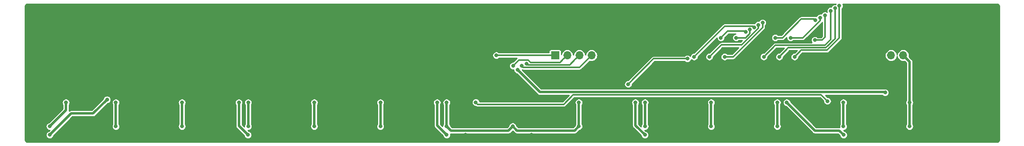
<source format=gbr>
G04 #@! TF.GenerationSoftware,KiCad,Pcbnew,(5.1.2)-2*
G04 #@! TF.CreationDate,2019-07-30T15:23:15+02:00*
G04 #@! TF.ProjectId,sensor_array_15_sensors,73656e73-6f72-45f6-9172-7261795f3135,1*
G04 #@! TF.SameCoordinates,Original*
G04 #@! TF.FileFunction,Copper,L2,Bot*
G04 #@! TF.FilePolarity,Positive*
%FSLAX46Y46*%
G04 Gerber Fmt 4.6, Leading zero omitted, Abs format (unit mm)*
G04 Created by KiCad (PCBNEW (5.1.2)-2) date 2019-07-30 15:23:15*
%MOMM*%
%LPD*%
G04 APERTURE LIST*
%ADD10R,1.700000X1.700000*%
%ADD11O,1.700000X1.700000*%
%ADD12C,0.700000*%
%ADD13C,4.400000*%
%ADD14C,0.800000*%
%ADD15C,0.500000*%
%ADD16C,0.300000*%
%ADD17C,0.254000*%
G04 APERTURE END LIST*
D10*
X141500000Y-41300000D03*
D11*
X144040000Y-41300000D03*
X146580000Y-41300000D03*
X149120000Y-41300000D03*
D12*
X36166726Y-33833274D03*
X35000000Y-33350000D03*
X33833274Y-33833274D03*
X33350000Y-35000000D03*
X33833274Y-36166726D03*
X35000000Y-36650000D03*
X36166726Y-36166726D03*
X36650000Y-35000000D03*
D13*
X35000000Y-35000000D03*
X35000000Y-50000000D03*
D12*
X36650000Y-50000000D03*
X36166726Y-51166726D03*
X35000000Y-51650000D03*
X33833274Y-51166726D03*
X33350000Y-50000000D03*
X33833274Y-48833274D03*
X35000000Y-48350000D03*
X36166726Y-48833274D03*
X206166726Y-38833274D03*
X205000000Y-38350000D03*
X203833274Y-38833274D03*
X203350000Y-40000000D03*
X203833274Y-41166726D03*
X205000000Y-41650000D03*
X206166726Y-41166726D03*
X206650000Y-40000000D03*
D13*
X205000000Y-40000000D03*
X60000000Y-40000000D03*
D12*
X61650000Y-40000000D03*
X61166726Y-41166726D03*
X60000000Y-41650000D03*
X58833274Y-41166726D03*
X58350000Y-40000000D03*
X58833274Y-38833274D03*
X60000000Y-38350000D03*
X61166726Y-38833274D03*
X231166726Y-33833274D03*
X230000000Y-33350000D03*
X228833274Y-33833274D03*
X228350000Y-35000000D03*
X228833274Y-36166726D03*
X230000000Y-36650000D03*
X231166726Y-36166726D03*
X231650000Y-35000000D03*
D13*
X230000000Y-35000000D03*
X230000000Y-50000000D03*
D12*
X231650000Y-50000000D03*
X231166726Y-51166726D03*
X230000000Y-51650000D03*
X228833274Y-51166726D03*
X228350000Y-50000000D03*
X228833274Y-48833274D03*
X230000000Y-48350000D03*
X231166726Y-48833274D03*
D10*
X209300000Y-41300000D03*
D11*
X211840000Y-41300000D03*
X214380000Y-41300000D03*
D14*
X53535714Y-58000000D03*
X67371428Y-58000000D03*
X81207142Y-58000000D03*
X39700000Y-58000000D03*
X95042856Y-58000000D03*
X108878570Y-58000000D03*
X122714284Y-58000000D03*
X136549998Y-58000000D03*
X150385712Y-58000000D03*
X164221426Y-58000000D03*
X178057140Y-58000000D03*
X191892854Y-58000000D03*
X205728568Y-58000000D03*
X219564282Y-58000000D03*
X131500000Y-53000000D03*
X133500000Y-53000000D03*
X131500000Y-49000000D03*
X133500000Y-49000000D03*
X131500000Y-46000000D03*
X132500000Y-46000000D03*
X125600000Y-43700000D03*
X127100000Y-42200000D03*
X233000000Y-57000000D03*
X124900000Y-49999996D03*
X130400000Y-42300000D03*
X142600000Y-50650010D03*
X49546153Y-51200000D03*
X77238459Y-51200000D03*
X91084612Y-51200000D03*
X63392306Y-51200000D03*
X35700000Y-56200000D03*
X91084612Y-56200000D03*
X77238459Y-56200000D03*
X63392306Y-56200000D03*
X49546153Y-56200000D03*
X39100000Y-51200000D03*
X146469224Y-51200000D03*
X201853836Y-51200000D03*
X104930765Y-51200000D03*
X188007683Y-51200000D03*
X174161530Y-51200000D03*
X118776918Y-51200000D03*
X215700000Y-51200000D03*
X160315377Y-51200000D03*
X215700000Y-56200000D03*
X201853836Y-56200000D03*
X188007683Y-56200000D03*
X174161530Y-56200000D03*
X160315377Y-56200000D03*
X146469224Y-56200000D03*
X132623071Y-56200000D03*
X118776918Y-56200000D03*
X104930765Y-56200000D03*
X133650000Y-44350000D03*
X210600004Y-49100000D03*
X177000000Y-41600000D03*
X184938018Y-34449946D03*
X173800000Y-41600000D03*
X184043418Y-34920087D03*
X170600000Y-41600000D03*
X183166739Y-35401188D03*
X182300000Y-35900077D03*
X179400000Y-37600000D03*
X176200000Y-37600000D03*
X181400000Y-36400090D03*
X134500000Y-43500000D03*
X135500000Y-43050000D03*
X132700000Y-43500000D03*
X129200000Y-41300000D03*
X124900034Y-51175000D03*
X198500000Y-50900000D03*
X156800000Y-47349989D03*
X169199986Y-42000000D03*
X35700000Y-58000000D03*
X47699996Y-50600000D03*
X77200000Y-58000000D03*
X75300000Y-51200000D03*
X118800000Y-58000000D03*
X116800000Y-51200000D03*
X160300000Y-58000000D03*
X158300000Y-51200000D03*
X201900000Y-58000000D03*
X190000000Y-51200000D03*
X187600000Y-37600000D03*
X195999994Y-33900000D03*
X185200000Y-41600000D03*
X199207658Y-31936978D03*
X190800000Y-37600000D03*
X197000000Y-33400000D03*
X188450010Y-41600000D03*
X200100000Y-31400000D03*
X198000000Y-32900000D03*
X195900000Y-38099992D03*
X191650010Y-41600000D03*
X201000000Y-30900000D03*
D15*
X49546153Y-56200000D02*
X49546153Y-51200000D01*
X63392306Y-51200000D02*
X63392306Y-56200000D01*
X77238459Y-56200000D02*
X77238459Y-51200000D01*
X91084612Y-51200000D02*
X91084612Y-56200000D01*
X35700000Y-56200000D02*
X39100000Y-52800000D01*
X39100000Y-52800000D02*
X39100000Y-51200000D01*
X104930765Y-56200000D02*
X104930765Y-51200000D01*
X118776918Y-51200000D02*
X118776918Y-56200000D01*
X146469224Y-56200000D02*
X146469224Y-51200000D01*
X160315377Y-51200000D02*
X160315377Y-56200000D01*
X174161530Y-56200000D02*
X174161530Y-51200000D01*
X188007683Y-51200000D02*
X188007683Y-56200000D01*
X201853836Y-56200000D02*
X201853836Y-51200000D01*
X215700000Y-51200000D02*
X215700000Y-56200000D01*
X131723071Y-57100000D02*
X132623071Y-56200000D01*
X118776918Y-56200000D02*
X119676918Y-57100000D01*
X119676918Y-57100000D02*
X131723071Y-57100000D01*
X145569224Y-57100000D02*
X146469224Y-56200000D01*
X132623071Y-56200000D02*
X133523071Y-57100000D01*
X133523071Y-57100000D02*
X145569224Y-57100000D01*
X215700000Y-42620000D02*
X214380000Y-41300000D01*
X215700000Y-51200000D02*
X215700000Y-42620000D01*
X210499993Y-48999989D02*
X210600004Y-49100000D01*
X133650000Y-44350000D02*
X138299989Y-48999989D01*
X138299989Y-48999989D02*
X210499993Y-48999989D01*
D16*
X178800000Y-41600000D02*
X177000000Y-41600000D01*
X184938018Y-35461982D02*
X178800000Y-41600000D01*
X184938018Y-34449946D02*
X184938018Y-35461982D01*
X184043418Y-35649460D02*
X180592889Y-39099989D01*
X176300011Y-39099989D02*
X173800000Y-41600000D01*
X180592889Y-39099989D02*
X176300011Y-39099989D01*
X184043418Y-34920087D02*
X184043418Y-35649460D01*
X182915584Y-35150033D02*
X177049967Y-35150033D01*
X183166739Y-35401188D02*
X182915584Y-35150033D01*
X177049967Y-35150033D02*
X170600000Y-41600000D01*
X182300000Y-36685756D02*
X181385756Y-37600000D01*
X181385756Y-37600000D02*
X179400000Y-37600000D01*
X182300000Y-35900077D02*
X182300000Y-36685756D01*
X177600041Y-36199959D02*
X176200000Y-37600000D01*
X181400000Y-36400090D02*
X181199869Y-36199959D01*
X181199869Y-36199959D02*
X177600041Y-36199959D01*
X146620000Y-43800000D02*
X149120000Y-41300000D01*
X134500000Y-43500000D02*
X134800000Y-43800000D01*
X134800000Y-43800000D02*
X146620000Y-43800000D01*
X145730001Y-42149999D02*
X146580000Y-41300000D01*
X135500000Y-43050000D02*
X135749989Y-43299989D01*
X144580011Y-43299989D02*
X145730001Y-42149999D01*
X135749989Y-43299989D02*
X144580011Y-43299989D01*
X143190001Y-42149999D02*
X144040000Y-41300000D01*
X133900000Y-42300000D02*
X135900000Y-42300000D01*
X135900000Y-42300000D02*
X136399978Y-42799978D01*
X136399978Y-42799978D02*
X142540022Y-42799978D01*
X142540022Y-42799978D02*
X143190001Y-42149999D01*
X132700000Y-43500000D02*
X133900000Y-42300000D01*
X129200000Y-41300000D02*
X141500000Y-41300000D01*
X197200000Y-49600000D02*
X198500000Y-50900000D01*
X145300000Y-49600000D02*
X197200000Y-49600000D01*
X143325001Y-51574999D02*
X145300000Y-49600000D01*
X124900034Y-51175000D02*
X125300033Y-51574999D01*
X125300033Y-51574999D02*
X143325001Y-51574999D01*
X162149989Y-42000000D02*
X169199986Y-42000000D01*
X156800000Y-47349989D02*
X162149989Y-42000000D01*
D15*
X47699996Y-50600004D02*
X47699996Y-50600000D01*
X44800000Y-53500000D02*
X47699996Y-50600004D01*
X35700000Y-58000000D02*
X40200000Y-53500000D01*
X40200000Y-53500000D02*
X44800000Y-53500000D01*
X75300000Y-56100000D02*
X75300000Y-51200000D01*
X77200000Y-58000000D02*
X75300000Y-56100000D01*
X118800000Y-58000000D02*
X116800000Y-56000000D01*
X116800000Y-56000000D02*
X116800000Y-51200000D01*
X158300000Y-56000000D02*
X158300000Y-51200000D01*
X160300000Y-58000000D02*
X158300000Y-56000000D01*
X195900000Y-57100000D02*
X190000000Y-51200000D01*
X201900000Y-58000000D02*
X201000000Y-57100000D01*
X201000000Y-57100000D02*
X195900000Y-57100000D01*
D16*
X189100000Y-37600000D02*
X187600000Y-37600000D01*
X193049997Y-33650003D02*
X189100000Y-37600000D01*
X195999994Y-33900000D02*
X195749997Y-33650003D01*
X195749997Y-33650003D02*
X193049997Y-33650003D01*
X187600020Y-39199980D02*
X185200000Y-41600000D01*
X198000020Y-39199980D02*
X187600020Y-39199980D01*
X199207658Y-37992342D02*
X198000020Y-39199980D01*
X199207658Y-31936978D02*
X199207658Y-37992342D01*
X193365685Y-37600000D02*
X190800000Y-37600000D01*
X197000000Y-33965685D02*
X193365685Y-37600000D01*
X197000000Y-33400000D02*
X197000000Y-33965685D01*
X190350021Y-39699989D02*
X188450010Y-41600000D01*
X200100000Y-31400000D02*
X200100000Y-37807122D01*
X198207133Y-39699989D02*
X190350021Y-39699989D01*
X200100000Y-37807122D02*
X198207133Y-39699989D01*
X195900008Y-38100000D02*
X195900000Y-38099992D01*
X197400000Y-38100000D02*
X195900008Y-38100000D01*
X198000000Y-32900000D02*
X198000000Y-37500000D01*
X198000000Y-37500000D02*
X197400000Y-38100000D01*
X193050010Y-40200000D02*
X191650010Y-41600000D01*
X198414244Y-40200000D02*
X193050010Y-40200000D01*
X201000000Y-30900000D02*
X201000000Y-37614244D01*
X201000000Y-37614244D02*
X198414244Y-40200000D01*
D17*
G36*
X200235830Y-30583817D02*
G01*
X200181452Y-30573000D01*
X200018548Y-30573000D01*
X199858773Y-30604782D01*
X199708269Y-30667123D01*
X199572819Y-30757628D01*
X199457628Y-30872819D01*
X199367123Y-31008269D01*
X199322262Y-31116573D01*
X199289110Y-31109978D01*
X199126206Y-31109978D01*
X198966431Y-31141760D01*
X198815927Y-31204101D01*
X198680477Y-31294606D01*
X198565286Y-31409797D01*
X198474781Y-31545247D01*
X198412440Y-31695751D01*
X198380658Y-31855526D01*
X198380658Y-32018430D01*
X198412440Y-32178205D01*
X198414018Y-32182015D01*
X198391731Y-32167123D01*
X198241227Y-32104782D01*
X198081452Y-32073000D01*
X197918548Y-32073000D01*
X197758773Y-32104782D01*
X197608269Y-32167123D01*
X197472819Y-32257628D01*
X197357628Y-32372819D01*
X197267123Y-32508269D01*
X197228218Y-32602194D01*
X197081452Y-32573000D01*
X196918548Y-32573000D01*
X196758773Y-32604782D01*
X196608269Y-32667123D01*
X196472819Y-32757628D01*
X196357628Y-32872819D01*
X196267123Y-33008269D01*
X196228217Y-33102195D01*
X196081446Y-33073000D01*
X195918542Y-33073000D01*
X195868433Y-33082967D01*
X195863108Y-33081352D01*
X195808042Y-33075929D01*
X195778333Y-33073003D01*
X195778328Y-33073003D01*
X195749997Y-33070213D01*
X195721666Y-33073003D01*
X193078325Y-33073003D01*
X193049996Y-33070213D01*
X193021667Y-33073003D01*
X193021661Y-33073003D01*
X192936885Y-33081353D01*
X192828121Y-33114346D01*
X192727882Y-33167924D01*
X192640023Y-33240029D01*
X192621958Y-33262041D01*
X188860999Y-37023000D01*
X188192553Y-37023000D01*
X188127181Y-36957628D01*
X187991731Y-36867123D01*
X187841227Y-36804782D01*
X187681452Y-36773000D01*
X187518548Y-36773000D01*
X187358773Y-36804782D01*
X187208269Y-36867123D01*
X187072819Y-36957628D01*
X186957628Y-37072819D01*
X186867123Y-37208269D01*
X186804782Y-37358773D01*
X186773000Y-37518548D01*
X186773000Y-37681452D01*
X186804782Y-37841227D01*
X186867123Y-37991731D01*
X186957628Y-38127181D01*
X187072819Y-38242372D01*
X187208269Y-38332877D01*
X187358773Y-38395218D01*
X187518548Y-38427000D01*
X187681452Y-38427000D01*
X187841227Y-38395218D01*
X187991731Y-38332877D01*
X188127181Y-38242372D01*
X188192553Y-38177000D01*
X189071669Y-38177000D01*
X189100000Y-38179790D01*
X189128331Y-38177000D01*
X189128336Y-38177000D01*
X189158045Y-38174074D01*
X189213111Y-38168651D01*
X189257770Y-38155103D01*
X189321876Y-38135657D01*
X189422115Y-38082079D01*
X189509974Y-38009974D01*
X189528039Y-37987962D01*
X189973000Y-37543001D01*
X189973000Y-37681452D01*
X190004782Y-37841227D01*
X190067123Y-37991731D01*
X190157628Y-38127181D01*
X190272819Y-38242372D01*
X190408269Y-38332877D01*
X190558773Y-38395218D01*
X190718548Y-38427000D01*
X190881452Y-38427000D01*
X191041227Y-38395218D01*
X191191731Y-38332877D01*
X191327181Y-38242372D01*
X191392553Y-38177000D01*
X193337354Y-38177000D01*
X193365685Y-38179790D01*
X193394016Y-38177000D01*
X193394021Y-38177000D01*
X193423730Y-38174074D01*
X193478796Y-38168651D01*
X193523455Y-38155103D01*
X193587561Y-38135657D01*
X193687800Y-38082079D01*
X193775659Y-38009974D01*
X193793724Y-37987962D01*
X197387962Y-34393724D01*
X197409974Y-34375659D01*
X197423000Y-34359787D01*
X197423001Y-37260997D01*
X197160999Y-37523000D01*
X196492561Y-37523000D01*
X196427181Y-37457620D01*
X196291731Y-37367115D01*
X196141227Y-37304774D01*
X195981452Y-37272992D01*
X195818548Y-37272992D01*
X195658773Y-37304774D01*
X195508269Y-37367115D01*
X195372819Y-37457620D01*
X195257628Y-37572811D01*
X195167123Y-37708261D01*
X195104782Y-37858765D01*
X195073000Y-38018540D01*
X195073000Y-38181444D01*
X195104782Y-38341219D01*
X195167123Y-38491723D01*
X195254826Y-38622980D01*
X187628351Y-38622980D01*
X187600020Y-38620190D01*
X187571689Y-38622980D01*
X187571684Y-38622980D01*
X187544906Y-38625617D01*
X187486908Y-38631329D01*
X187422802Y-38650776D01*
X187378144Y-38664323D01*
X187277905Y-38717901D01*
X187190046Y-38790006D01*
X187171983Y-38812016D01*
X185210999Y-40773000D01*
X185118548Y-40773000D01*
X184958773Y-40804782D01*
X184808269Y-40867123D01*
X184672819Y-40957628D01*
X184557628Y-41072819D01*
X184467123Y-41208269D01*
X184404782Y-41358773D01*
X184373000Y-41518548D01*
X184373000Y-41681452D01*
X184404782Y-41841227D01*
X184467123Y-41991731D01*
X184557628Y-42127181D01*
X184672819Y-42242372D01*
X184808269Y-42332877D01*
X184958773Y-42395218D01*
X185118548Y-42427000D01*
X185281452Y-42427000D01*
X185441227Y-42395218D01*
X185591731Y-42332877D01*
X185727181Y-42242372D01*
X185842372Y-42127181D01*
X185932877Y-41991731D01*
X185995218Y-41841227D01*
X186027000Y-41681452D01*
X186027000Y-41589001D01*
X187839021Y-39776980D01*
X189457029Y-39776980D01*
X188461009Y-40773000D01*
X188368558Y-40773000D01*
X188208783Y-40804782D01*
X188058279Y-40867123D01*
X187922829Y-40957628D01*
X187807638Y-41072819D01*
X187717133Y-41208269D01*
X187654792Y-41358773D01*
X187623010Y-41518548D01*
X187623010Y-41681452D01*
X187654792Y-41841227D01*
X187717133Y-41991731D01*
X187807638Y-42127181D01*
X187922829Y-42242372D01*
X188058279Y-42332877D01*
X188208783Y-42395218D01*
X188368558Y-42427000D01*
X188531462Y-42427000D01*
X188691237Y-42395218D01*
X188841741Y-42332877D01*
X188977191Y-42242372D01*
X189092382Y-42127181D01*
X189182887Y-41991731D01*
X189245228Y-41841227D01*
X189277010Y-41681452D01*
X189277010Y-41589001D01*
X190589022Y-40276989D01*
X192157019Y-40276989D01*
X191661009Y-40773000D01*
X191568558Y-40773000D01*
X191408783Y-40804782D01*
X191258279Y-40867123D01*
X191122829Y-40957628D01*
X191007638Y-41072819D01*
X190917133Y-41208269D01*
X190854792Y-41358773D01*
X190823010Y-41518548D01*
X190823010Y-41681452D01*
X190854792Y-41841227D01*
X190917133Y-41991731D01*
X191007638Y-42127181D01*
X191122829Y-42242372D01*
X191258279Y-42332877D01*
X191408783Y-42395218D01*
X191568558Y-42427000D01*
X191731462Y-42427000D01*
X191891237Y-42395218D01*
X192041741Y-42332877D01*
X192177191Y-42242372D01*
X192292382Y-42127181D01*
X192382887Y-41991731D01*
X192445228Y-41841227D01*
X192477010Y-41681452D01*
X192477010Y-41589001D01*
X192766011Y-41300000D01*
X210556822Y-41300000D01*
X210581478Y-41550336D01*
X210654498Y-41791051D01*
X210773076Y-42012896D01*
X210932656Y-42207344D01*
X211127104Y-42366924D01*
X211348949Y-42485502D01*
X211589664Y-42558522D01*
X211777274Y-42577000D01*
X211902726Y-42577000D01*
X212090336Y-42558522D01*
X212331051Y-42485502D01*
X212552896Y-42366924D01*
X212747344Y-42207344D01*
X212906924Y-42012896D01*
X213025502Y-41791051D01*
X213098522Y-41550336D01*
X213110000Y-41433798D01*
X213121478Y-41550336D01*
X213194498Y-41791051D01*
X213313076Y-42012896D01*
X213472656Y-42207344D01*
X213667104Y-42366924D01*
X213888949Y-42485502D01*
X214129664Y-42558522D01*
X214317274Y-42577000D01*
X214442726Y-42577000D01*
X214630336Y-42558522D01*
X214669285Y-42546707D01*
X215023001Y-42900424D01*
X215023000Y-50724643D01*
X214967123Y-50808269D01*
X214904782Y-50958773D01*
X214873000Y-51118548D01*
X214873000Y-51281452D01*
X214904782Y-51441227D01*
X214967123Y-51591731D01*
X215023000Y-51675357D01*
X215023001Y-55724642D01*
X214967123Y-55808269D01*
X214904782Y-55958773D01*
X214873000Y-56118548D01*
X214873000Y-56281452D01*
X214904782Y-56441227D01*
X214967123Y-56591731D01*
X215057628Y-56727181D01*
X215172819Y-56842372D01*
X215308269Y-56932877D01*
X215458773Y-56995218D01*
X215618548Y-57027000D01*
X215781452Y-57027000D01*
X215941227Y-56995218D01*
X216091731Y-56932877D01*
X216227181Y-56842372D01*
X216342372Y-56727181D01*
X216432877Y-56591731D01*
X216495218Y-56441227D01*
X216527000Y-56281452D01*
X216527000Y-56118548D01*
X216495218Y-55958773D01*
X216432877Y-55808269D01*
X216377000Y-55724643D01*
X216377000Y-51675357D01*
X216432877Y-51591731D01*
X216495218Y-51441227D01*
X216527000Y-51281452D01*
X216527000Y-51118548D01*
X216495218Y-50958773D01*
X216432877Y-50808269D01*
X216377000Y-50724643D01*
X216377000Y-42653245D01*
X216380274Y-42620000D01*
X216377000Y-42586755D01*
X216377000Y-42586748D01*
X216367204Y-42487285D01*
X216328492Y-42359670D01*
X216265628Y-42242059D01*
X216212235Y-42177000D01*
X216202224Y-42164801D01*
X216202222Y-42164799D01*
X216181027Y-42138973D01*
X216155201Y-42117778D01*
X215626707Y-41589285D01*
X215638522Y-41550336D01*
X215663178Y-41300000D01*
X215638522Y-41049664D01*
X215565502Y-40808949D01*
X215446924Y-40587104D01*
X215287344Y-40392656D01*
X215092896Y-40233076D01*
X214871051Y-40114498D01*
X214630336Y-40041478D01*
X214442726Y-40023000D01*
X214317274Y-40023000D01*
X214129664Y-40041478D01*
X213888949Y-40114498D01*
X213667104Y-40233076D01*
X213472656Y-40392656D01*
X213313076Y-40587104D01*
X213194498Y-40808949D01*
X213121478Y-41049664D01*
X213110000Y-41166202D01*
X213098522Y-41049664D01*
X213025502Y-40808949D01*
X212906924Y-40587104D01*
X212747344Y-40392656D01*
X212552896Y-40233076D01*
X212331051Y-40114498D01*
X212090336Y-40041478D01*
X211902726Y-40023000D01*
X211777274Y-40023000D01*
X211589664Y-40041478D01*
X211348949Y-40114498D01*
X211127104Y-40233076D01*
X210932656Y-40392656D01*
X210773076Y-40587104D01*
X210654498Y-40808949D01*
X210581478Y-41049664D01*
X210556822Y-41300000D01*
X192766011Y-41300000D01*
X193289012Y-40777000D01*
X198385913Y-40777000D01*
X198414244Y-40779790D01*
X198442575Y-40777000D01*
X198442580Y-40777000D01*
X198472289Y-40774074D01*
X198527355Y-40768651D01*
X198572014Y-40755103D01*
X198636120Y-40735657D01*
X198736359Y-40682079D01*
X198824218Y-40609974D01*
X198842283Y-40587962D01*
X201387967Y-38042279D01*
X201409974Y-38024218D01*
X201436134Y-37992343D01*
X201444557Y-37982079D01*
X201482079Y-37936359D01*
X201535657Y-37836120D01*
X201568650Y-37727356D01*
X201577000Y-37642580D01*
X201577000Y-37642574D01*
X201579790Y-37614245D01*
X201577000Y-37585916D01*
X201577000Y-31492553D01*
X201642372Y-31427181D01*
X201732877Y-31291731D01*
X201795218Y-31141227D01*
X201827000Y-30981452D01*
X201827000Y-30818548D01*
X201795218Y-30658773D01*
X201740636Y-30527000D01*
X234147394Y-30527000D01*
X234473000Y-30852606D01*
X234473000Y-59147394D01*
X234147394Y-59473000D01*
X30852606Y-59473000D01*
X30527000Y-59147394D01*
X30527000Y-56118548D01*
X34873000Y-56118548D01*
X34873000Y-56281452D01*
X34904782Y-56441227D01*
X34967123Y-56591731D01*
X35057628Y-56727181D01*
X35172819Y-56842372D01*
X35308269Y-56932877D01*
X35458773Y-56995218D01*
X35618548Y-57027000D01*
X35715578Y-57027000D01*
X35557418Y-57185160D01*
X35458773Y-57204782D01*
X35308269Y-57267123D01*
X35172819Y-57357628D01*
X35057628Y-57472819D01*
X34967123Y-57608269D01*
X34904782Y-57758773D01*
X34873000Y-57918548D01*
X34873000Y-58081452D01*
X34904782Y-58241227D01*
X34967123Y-58391731D01*
X35057628Y-58527181D01*
X35172819Y-58642372D01*
X35308269Y-58732877D01*
X35458773Y-58795218D01*
X35618548Y-58827000D01*
X35781452Y-58827000D01*
X35941227Y-58795218D01*
X36091731Y-58732877D01*
X36227181Y-58642372D01*
X36342372Y-58527181D01*
X36432877Y-58391731D01*
X36495218Y-58241227D01*
X36514840Y-58142582D01*
X40480422Y-54177000D01*
X44766755Y-54177000D01*
X44800000Y-54180274D01*
X44833245Y-54177000D01*
X44833252Y-54177000D01*
X44932715Y-54167204D01*
X45060330Y-54128492D01*
X45177941Y-54065628D01*
X45281027Y-53981027D01*
X45302226Y-53955196D01*
X47842584Y-51414839D01*
X47941223Y-51395218D01*
X48091727Y-51332877D01*
X48227177Y-51242372D01*
X48342368Y-51127181D01*
X48348136Y-51118548D01*
X48719153Y-51118548D01*
X48719153Y-51281452D01*
X48750935Y-51441227D01*
X48813276Y-51591731D01*
X48869154Y-51675358D01*
X48869153Y-55724643D01*
X48813276Y-55808269D01*
X48750935Y-55958773D01*
X48719153Y-56118548D01*
X48719153Y-56281452D01*
X48750935Y-56441227D01*
X48813276Y-56591731D01*
X48903781Y-56727181D01*
X49018972Y-56842372D01*
X49154422Y-56932877D01*
X49304926Y-56995218D01*
X49464701Y-57027000D01*
X49627605Y-57027000D01*
X49787380Y-56995218D01*
X49937884Y-56932877D01*
X50073334Y-56842372D01*
X50188525Y-56727181D01*
X50279030Y-56591731D01*
X50341371Y-56441227D01*
X50373153Y-56281452D01*
X50373153Y-56118548D01*
X50341371Y-55958773D01*
X50279030Y-55808269D01*
X50223153Y-55724643D01*
X50223153Y-51675357D01*
X50279030Y-51591731D01*
X50341371Y-51441227D01*
X50373153Y-51281452D01*
X50373153Y-51118548D01*
X62565306Y-51118548D01*
X62565306Y-51281452D01*
X62597088Y-51441227D01*
X62659429Y-51591731D01*
X62715306Y-51675357D01*
X62715307Y-55724642D01*
X62659429Y-55808269D01*
X62597088Y-55958773D01*
X62565306Y-56118548D01*
X62565306Y-56281452D01*
X62597088Y-56441227D01*
X62659429Y-56591731D01*
X62749934Y-56727181D01*
X62865125Y-56842372D01*
X63000575Y-56932877D01*
X63151079Y-56995218D01*
X63310854Y-57027000D01*
X63473758Y-57027000D01*
X63633533Y-56995218D01*
X63784037Y-56932877D01*
X63919487Y-56842372D01*
X64034678Y-56727181D01*
X64125183Y-56591731D01*
X64187524Y-56441227D01*
X64219306Y-56281452D01*
X64219306Y-56118548D01*
X64187524Y-55958773D01*
X64125183Y-55808269D01*
X64069306Y-55724643D01*
X64069306Y-51675357D01*
X64125183Y-51591731D01*
X64187524Y-51441227D01*
X64219306Y-51281452D01*
X64219306Y-51118548D01*
X74473000Y-51118548D01*
X74473000Y-51281452D01*
X74504782Y-51441227D01*
X74567123Y-51591731D01*
X74623001Y-51675358D01*
X74623000Y-56066755D01*
X74619726Y-56100000D01*
X74623000Y-56133245D01*
X74623000Y-56133251D01*
X74632796Y-56232714D01*
X74671508Y-56360329D01*
X74734372Y-56477940D01*
X74818973Y-56581026D01*
X74844800Y-56602222D01*
X76385160Y-58142583D01*
X76404782Y-58241227D01*
X76467123Y-58391731D01*
X76557628Y-58527181D01*
X76672819Y-58642372D01*
X76808269Y-58732877D01*
X76958773Y-58795218D01*
X77118548Y-58827000D01*
X77281452Y-58827000D01*
X77441227Y-58795218D01*
X77591731Y-58732877D01*
X77727181Y-58642372D01*
X77842372Y-58527181D01*
X77932877Y-58391731D01*
X77995218Y-58241227D01*
X78027000Y-58081452D01*
X78027000Y-57918548D01*
X77995218Y-57758773D01*
X77932877Y-57608269D01*
X77842372Y-57472819D01*
X77727181Y-57357628D01*
X77591731Y-57267123D01*
X77441227Y-57204782D01*
X77342583Y-57185160D01*
X77184423Y-57027000D01*
X77319911Y-57027000D01*
X77479686Y-56995218D01*
X77630190Y-56932877D01*
X77765640Y-56842372D01*
X77880831Y-56727181D01*
X77971336Y-56591731D01*
X78033677Y-56441227D01*
X78065459Y-56281452D01*
X78065459Y-56118548D01*
X78033677Y-55958773D01*
X77971336Y-55808269D01*
X77915459Y-55724643D01*
X77915459Y-51675357D01*
X77971336Y-51591731D01*
X78033677Y-51441227D01*
X78065459Y-51281452D01*
X78065459Y-51118548D01*
X90257612Y-51118548D01*
X90257612Y-51281452D01*
X90289394Y-51441227D01*
X90351735Y-51591731D01*
X90407612Y-51675357D01*
X90407613Y-55724642D01*
X90351735Y-55808269D01*
X90289394Y-55958773D01*
X90257612Y-56118548D01*
X90257612Y-56281452D01*
X90289394Y-56441227D01*
X90351735Y-56591731D01*
X90442240Y-56727181D01*
X90557431Y-56842372D01*
X90692881Y-56932877D01*
X90843385Y-56995218D01*
X91003160Y-57027000D01*
X91166064Y-57027000D01*
X91325839Y-56995218D01*
X91476343Y-56932877D01*
X91611793Y-56842372D01*
X91726984Y-56727181D01*
X91817489Y-56591731D01*
X91879830Y-56441227D01*
X91911612Y-56281452D01*
X91911612Y-56118548D01*
X91879830Y-55958773D01*
X91817489Y-55808269D01*
X91761612Y-55724643D01*
X91761612Y-51675357D01*
X91817489Y-51591731D01*
X91879830Y-51441227D01*
X91911612Y-51281452D01*
X91911612Y-51118548D01*
X104103765Y-51118548D01*
X104103765Y-51281452D01*
X104135547Y-51441227D01*
X104197888Y-51591731D01*
X104253766Y-51675358D01*
X104253765Y-55724643D01*
X104197888Y-55808269D01*
X104135547Y-55958773D01*
X104103765Y-56118548D01*
X104103765Y-56281452D01*
X104135547Y-56441227D01*
X104197888Y-56591731D01*
X104288393Y-56727181D01*
X104403584Y-56842372D01*
X104539034Y-56932877D01*
X104689538Y-56995218D01*
X104849313Y-57027000D01*
X105012217Y-57027000D01*
X105171992Y-56995218D01*
X105322496Y-56932877D01*
X105457946Y-56842372D01*
X105573137Y-56727181D01*
X105663642Y-56591731D01*
X105725983Y-56441227D01*
X105757765Y-56281452D01*
X105757765Y-56118548D01*
X105725983Y-55958773D01*
X105663642Y-55808269D01*
X105607765Y-55724643D01*
X105607765Y-51675357D01*
X105663642Y-51591731D01*
X105725983Y-51441227D01*
X105757765Y-51281452D01*
X105757765Y-51118548D01*
X115973000Y-51118548D01*
X115973000Y-51281452D01*
X116004782Y-51441227D01*
X116067123Y-51591731D01*
X116123001Y-51675358D01*
X116123000Y-55966755D01*
X116119726Y-56000000D01*
X116123000Y-56033245D01*
X116123000Y-56033251D01*
X116126352Y-56067286D01*
X116132796Y-56132714D01*
X116171508Y-56260329D01*
X116234372Y-56377940D01*
X116286311Y-56441227D01*
X116318973Y-56481026D01*
X116344800Y-56502222D01*
X117985160Y-58142582D01*
X118004782Y-58241227D01*
X118067123Y-58391731D01*
X118157628Y-58527181D01*
X118272819Y-58642372D01*
X118408269Y-58732877D01*
X118558773Y-58795218D01*
X118718548Y-58827000D01*
X118881452Y-58827000D01*
X119041227Y-58795218D01*
X119191731Y-58732877D01*
X119327181Y-58642372D01*
X119442372Y-58527181D01*
X119532877Y-58391731D01*
X119595218Y-58241227D01*
X119627000Y-58081452D01*
X119627000Y-57918548D01*
X119597948Y-57772497D01*
X119643666Y-57777000D01*
X119643675Y-57777000D01*
X119676917Y-57780274D01*
X119710159Y-57777000D01*
X131689826Y-57777000D01*
X131723071Y-57780274D01*
X131756316Y-57777000D01*
X131756323Y-57777000D01*
X131855786Y-57767204D01*
X131983401Y-57728492D01*
X132101012Y-57665628D01*
X132204098Y-57581027D01*
X132225297Y-57555196D01*
X132623071Y-57157422D01*
X133020845Y-57555196D01*
X133042044Y-57581027D01*
X133145130Y-57665628D01*
X133262741Y-57728492D01*
X133390356Y-57767204D01*
X133489819Y-57777000D01*
X133489828Y-57777000D01*
X133523070Y-57780274D01*
X133556312Y-57777000D01*
X145535979Y-57777000D01*
X145569224Y-57780274D01*
X145602469Y-57777000D01*
X145602476Y-57777000D01*
X145701939Y-57767204D01*
X145829554Y-57728492D01*
X145947165Y-57665628D01*
X146050251Y-57581027D01*
X146071450Y-57555196D01*
X146611806Y-57014840D01*
X146710451Y-56995218D01*
X146860955Y-56932877D01*
X146996405Y-56842372D01*
X147111596Y-56727181D01*
X147202101Y-56591731D01*
X147264442Y-56441227D01*
X147296224Y-56281452D01*
X147296224Y-56118548D01*
X147264442Y-55958773D01*
X147202101Y-55808269D01*
X147146224Y-55724643D01*
X147146224Y-51675357D01*
X147202101Y-51591731D01*
X147264442Y-51441227D01*
X147296224Y-51281452D01*
X147296224Y-51118548D01*
X157473000Y-51118548D01*
X157473000Y-51281452D01*
X157504782Y-51441227D01*
X157567123Y-51591731D01*
X157623001Y-51675358D01*
X157623000Y-55966755D01*
X157619726Y-56000000D01*
X157623000Y-56033245D01*
X157623000Y-56033251D01*
X157626352Y-56067286D01*
X157632796Y-56132714D01*
X157671508Y-56260329D01*
X157734372Y-56377940D01*
X157786311Y-56441227D01*
X157818973Y-56481026D01*
X157844800Y-56502222D01*
X159485160Y-58142582D01*
X159504782Y-58241227D01*
X159567123Y-58391731D01*
X159657628Y-58527181D01*
X159772819Y-58642372D01*
X159908269Y-58732877D01*
X160058773Y-58795218D01*
X160218548Y-58827000D01*
X160381452Y-58827000D01*
X160541227Y-58795218D01*
X160691731Y-58732877D01*
X160827181Y-58642372D01*
X160942372Y-58527181D01*
X161032877Y-58391731D01*
X161095218Y-58241227D01*
X161127000Y-58081452D01*
X161127000Y-57918548D01*
X161095218Y-57758773D01*
X161032877Y-57608269D01*
X160942372Y-57472819D01*
X160827181Y-57357628D01*
X160691731Y-57267123D01*
X160541227Y-57204782D01*
X160442582Y-57185160D01*
X160284422Y-57027000D01*
X160396829Y-57027000D01*
X160556604Y-56995218D01*
X160707108Y-56932877D01*
X160842558Y-56842372D01*
X160957749Y-56727181D01*
X161048254Y-56591731D01*
X161110595Y-56441227D01*
X161142377Y-56281452D01*
X161142377Y-56118548D01*
X161110595Y-55958773D01*
X161048254Y-55808269D01*
X160992377Y-55724643D01*
X160992377Y-51675357D01*
X161048254Y-51591731D01*
X161110595Y-51441227D01*
X161142377Y-51281452D01*
X161142377Y-51118548D01*
X173334530Y-51118548D01*
X173334530Y-51281452D01*
X173366312Y-51441227D01*
X173428653Y-51591731D01*
X173484531Y-51675358D01*
X173484530Y-55724643D01*
X173428653Y-55808269D01*
X173366312Y-55958773D01*
X173334530Y-56118548D01*
X173334530Y-56281452D01*
X173366312Y-56441227D01*
X173428653Y-56591731D01*
X173519158Y-56727181D01*
X173634349Y-56842372D01*
X173769799Y-56932877D01*
X173920303Y-56995218D01*
X174080078Y-57027000D01*
X174242982Y-57027000D01*
X174402757Y-56995218D01*
X174553261Y-56932877D01*
X174688711Y-56842372D01*
X174803902Y-56727181D01*
X174894407Y-56591731D01*
X174956748Y-56441227D01*
X174988530Y-56281452D01*
X174988530Y-56118548D01*
X174956748Y-55958773D01*
X174894407Y-55808269D01*
X174838530Y-55724643D01*
X174838530Y-51675357D01*
X174894407Y-51591731D01*
X174956748Y-51441227D01*
X174988530Y-51281452D01*
X174988530Y-51118548D01*
X187180683Y-51118548D01*
X187180683Y-51281452D01*
X187212465Y-51441227D01*
X187274806Y-51591731D01*
X187330683Y-51675357D01*
X187330684Y-55724642D01*
X187274806Y-55808269D01*
X187212465Y-55958773D01*
X187180683Y-56118548D01*
X187180683Y-56281452D01*
X187212465Y-56441227D01*
X187274806Y-56591731D01*
X187365311Y-56727181D01*
X187480502Y-56842372D01*
X187615952Y-56932877D01*
X187766456Y-56995218D01*
X187926231Y-57027000D01*
X188089135Y-57027000D01*
X188248910Y-56995218D01*
X188399414Y-56932877D01*
X188534864Y-56842372D01*
X188650055Y-56727181D01*
X188740560Y-56591731D01*
X188802901Y-56441227D01*
X188834683Y-56281452D01*
X188834683Y-56118548D01*
X188802901Y-55958773D01*
X188740560Y-55808269D01*
X188684683Y-55724643D01*
X188684683Y-51675357D01*
X188740560Y-51591731D01*
X188802901Y-51441227D01*
X188834683Y-51281452D01*
X188834683Y-51118548D01*
X189173000Y-51118548D01*
X189173000Y-51281452D01*
X189204782Y-51441227D01*
X189267123Y-51591731D01*
X189357628Y-51727181D01*
X189472819Y-51842372D01*
X189608269Y-51932877D01*
X189758773Y-51995218D01*
X189857418Y-52014840D01*
X195397774Y-57555196D01*
X195418973Y-57581027D01*
X195522059Y-57665628D01*
X195639670Y-57728492D01*
X195767285Y-57767204D01*
X195866748Y-57777000D01*
X195866754Y-57777000D01*
X195899999Y-57780274D01*
X195933244Y-57777000D01*
X200719578Y-57777000D01*
X201085160Y-58142582D01*
X201104782Y-58241227D01*
X201167123Y-58391731D01*
X201257628Y-58527181D01*
X201372819Y-58642372D01*
X201508269Y-58732877D01*
X201658773Y-58795218D01*
X201818548Y-58827000D01*
X201981452Y-58827000D01*
X202141227Y-58795218D01*
X202291731Y-58732877D01*
X202427181Y-58642372D01*
X202542372Y-58527181D01*
X202632877Y-58391731D01*
X202695218Y-58241227D01*
X202727000Y-58081452D01*
X202727000Y-57918548D01*
X202695218Y-57758773D01*
X202632877Y-57608269D01*
X202542372Y-57472819D01*
X202427181Y-57357628D01*
X202291731Y-57267123D01*
X202141227Y-57204782D01*
X202042582Y-57185160D01*
X201884422Y-57027000D01*
X201935288Y-57027000D01*
X202095063Y-56995218D01*
X202245567Y-56932877D01*
X202381017Y-56842372D01*
X202496208Y-56727181D01*
X202586713Y-56591731D01*
X202649054Y-56441227D01*
X202680836Y-56281452D01*
X202680836Y-56118548D01*
X202649054Y-55958773D01*
X202586713Y-55808269D01*
X202530836Y-55724643D01*
X202530836Y-51675357D01*
X202586713Y-51591731D01*
X202649054Y-51441227D01*
X202680836Y-51281452D01*
X202680836Y-51118548D01*
X202649054Y-50958773D01*
X202586713Y-50808269D01*
X202496208Y-50672819D01*
X202381017Y-50557628D01*
X202245567Y-50467123D01*
X202095063Y-50404782D01*
X201935288Y-50373000D01*
X201772384Y-50373000D01*
X201612609Y-50404782D01*
X201462105Y-50467123D01*
X201326655Y-50557628D01*
X201211464Y-50672819D01*
X201120959Y-50808269D01*
X201058618Y-50958773D01*
X201026836Y-51118548D01*
X201026836Y-51281452D01*
X201058618Y-51441227D01*
X201120959Y-51591731D01*
X201176837Y-51675358D01*
X201176836Y-55724643D01*
X201120959Y-55808269D01*
X201058618Y-55958773D01*
X201026836Y-56118548D01*
X201026836Y-56281452D01*
X201055427Y-56425184D01*
X201033252Y-56423000D01*
X201033245Y-56423000D01*
X201000000Y-56419726D01*
X200966755Y-56423000D01*
X196180422Y-56423000D01*
X190814840Y-51057418D01*
X190795218Y-50958773D01*
X190732877Y-50808269D01*
X190642372Y-50672819D01*
X190527181Y-50557628D01*
X190391731Y-50467123D01*
X190241227Y-50404782D01*
X190081452Y-50373000D01*
X189918548Y-50373000D01*
X189758773Y-50404782D01*
X189608269Y-50467123D01*
X189472819Y-50557628D01*
X189357628Y-50672819D01*
X189267123Y-50808269D01*
X189204782Y-50958773D01*
X189173000Y-51118548D01*
X188834683Y-51118548D01*
X188802901Y-50958773D01*
X188740560Y-50808269D01*
X188650055Y-50672819D01*
X188534864Y-50557628D01*
X188399414Y-50467123D01*
X188248910Y-50404782D01*
X188089135Y-50373000D01*
X187926231Y-50373000D01*
X187766456Y-50404782D01*
X187615952Y-50467123D01*
X187480502Y-50557628D01*
X187365311Y-50672819D01*
X187274806Y-50808269D01*
X187212465Y-50958773D01*
X187180683Y-51118548D01*
X174988530Y-51118548D01*
X174956748Y-50958773D01*
X174894407Y-50808269D01*
X174803902Y-50672819D01*
X174688711Y-50557628D01*
X174553261Y-50467123D01*
X174402757Y-50404782D01*
X174242982Y-50373000D01*
X174080078Y-50373000D01*
X173920303Y-50404782D01*
X173769799Y-50467123D01*
X173634349Y-50557628D01*
X173519158Y-50672819D01*
X173428653Y-50808269D01*
X173366312Y-50958773D01*
X173334530Y-51118548D01*
X161142377Y-51118548D01*
X161110595Y-50958773D01*
X161048254Y-50808269D01*
X160957749Y-50672819D01*
X160842558Y-50557628D01*
X160707108Y-50467123D01*
X160556604Y-50404782D01*
X160396829Y-50373000D01*
X160233925Y-50373000D01*
X160074150Y-50404782D01*
X159923646Y-50467123D01*
X159788196Y-50557628D01*
X159673005Y-50672819D01*
X159582500Y-50808269D01*
X159520159Y-50958773D01*
X159488377Y-51118548D01*
X159488377Y-51281452D01*
X159520159Y-51441227D01*
X159582500Y-51591731D01*
X159638377Y-51675357D01*
X159638378Y-55724642D01*
X159582500Y-55808269D01*
X159520159Y-55958773D01*
X159488377Y-56118548D01*
X159488377Y-56230955D01*
X158977000Y-55719578D01*
X158977000Y-51675357D01*
X159032877Y-51591731D01*
X159095218Y-51441227D01*
X159127000Y-51281452D01*
X159127000Y-51118548D01*
X159095218Y-50958773D01*
X159032877Y-50808269D01*
X158942372Y-50672819D01*
X158827181Y-50557628D01*
X158691731Y-50467123D01*
X158541227Y-50404782D01*
X158381452Y-50373000D01*
X158218548Y-50373000D01*
X158058773Y-50404782D01*
X157908269Y-50467123D01*
X157772819Y-50557628D01*
X157657628Y-50672819D01*
X157567123Y-50808269D01*
X157504782Y-50958773D01*
X157473000Y-51118548D01*
X147296224Y-51118548D01*
X147264442Y-50958773D01*
X147202101Y-50808269D01*
X147111596Y-50672819D01*
X146996405Y-50557628D01*
X146860955Y-50467123D01*
X146710451Y-50404782D01*
X146550676Y-50373000D01*
X146387772Y-50373000D01*
X146227997Y-50404782D01*
X146077493Y-50467123D01*
X145942043Y-50557628D01*
X145826852Y-50672819D01*
X145736347Y-50808269D01*
X145674006Y-50958773D01*
X145642224Y-51118548D01*
X145642224Y-51281452D01*
X145674006Y-51441227D01*
X145736347Y-51591731D01*
X145792225Y-51675358D01*
X145792224Y-55724643D01*
X145736347Y-55808269D01*
X145674006Y-55958773D01*
X145654384Y-56057418D01*
X145288802Y-56423000D01*
X133803493Y-56423000D01*
X133437911Y-56057418D01*
X133418289Y-55958773D01*
X133355948Y-55808269D01*
X133265443Y-55672819D01*
X133150252Y-55557628D01*
X133014802Y-55467123D01*
X132864298Y-55404782D01*
X132704523Y-55373000D01*
X132541619Y-55373000D01*
X132381844Y-55404782D01*
X132231340Y-55467123D01*
X132095890Y-55557628D01*
X131980699Y-55672819D01*
X131890194Y-55808269D01*
X131827853Y-55958773D01*
X131808231Y-56057418D01*
X131442649Y-56423000D01*
X119957340Y-56423000D01*
X119591758Y-56057418D01*
X119572136Y-55958773D01*
X119509795Y-55808269D01*
X119453918Y-55724643D01*
X119453918Y-51675357D01*
X119509795Y-51591731D01*
X119572136Y-51441227D01*
X119603918Y-51281452D01*
X119603918Y-51118548D01*
X119598946Y-51093548D01*
X124073034Y-51093548D01*
X124073034Y-51256452D01*
X124104816Y-51416227D01*
X124167157Y-51566731D01*
X124257662Y-51702181D01*
X124372853Y-51817372D01*
X124508303Y-51907877D01*
X124658807Y-51970218D01*
X124818582Y-52002000D01*
X124910806Y-52002000D01*
X124912066Y-52003034D01*
X124912068Y-52003036D01*
X124932013Y-52019404D01*
X124977918Y-52057078D01*
X125078157Y-52110656D01*
X125122815Y-52124203D01*
X125186921Y-52143650D01*
X125248004Y-52149665D01*
X125271697Y-52151999D01*
X125271701Y-52151999D01*
X125300032Y-52154789D01*
X125328363Y-52151999D01*
X143296670Y-52151999D01*
X143325001Y-52154789D01*
X143353332Y-52151999D01*
X143353337Y-52151999D01*
X143383046Y-52149073D01*
X143438112Y-52143650D01*
X143482771Y-52130102D01*
X143546877Y-52110656D01*
X143647116Y-52057078D01*
X143734975Y-51984973D01*
X143753040Y-51962961D01*
X145539001Y-50177000D01*
X196960999Y-50177000D01*
X197673000Y-50889001D01*
X197673000Y-50981452D01*
X197704782Y-51141227D01*
X197767123Y-51291731D01*
X197857628Y-51427181D01*
X197972819Y-51542372D01*
X198108269Y-51632877D01*
X198258773Y-51695218D01*
X198418548Y-51727000D01*
X198581452Y-51727000D01*
X198741227Y-51695218D01*
X198891731Y-51632877D01*
X199027181Y-51542372D01*
X199142372Y-51427181D01*
X199232877Y-51291731D01*
X199295218Y-51141227D01*
X199327000Y-50981452D01*
X199327000Y-50818548D01*
X199295218Y-50658773D01*
X199232877Y-50508269D01*
X199142372Y-50372819D01*
X199027181Y-50257628D01*
X198891731Y-50167123D01*
X198741227Y-50104782D01*
X198581452Y-50073000D01*
X198489001Y-50073000D01*
X198092990Y-49676989D01*
X210007440Y-49676989D01*
X210072823Y-49742372D01*
X210208273Y-49832877D01*
X210358777Y-49895218D01*
X210518552Y-49927000D01*
X210681456Y-49927000D01*
X210841231Y-49895218D01*
X210991735Y-49832877D01*
X211127185Y-49742372D01*
X211242376Y-49627181D01*
X211332881Y-49491731D01*
X211395222Y-49341227D01*
X211427004Y-49181452D01*
X211427004Y-49018548D01*
X211395222Y-48858773D01*
X211332881Y-48708269D01*
X211242376Y-48572819D01*
X211127185Y-48457628D01*
X210991735Y-48367123D01*
X210841231Y-48304782D01*
X210681456Y-48273000D01*
X210518552Y-48273000D01*
X210358777Y-48304782D01*
X210314822Y-48322989D01*
X138580412Y-48322989D01*
X137525960Y-47268537D01*
X155973000Y-47268537D01*
X155973000Y-47431441D01*
X156004782Y-47591216D01*
X156067123Y-47741720D01*
X156157628Y-47877170D01*
X156272819Y-47992361D01*
X156408269Y-48082866D01*
X156558773Y-48145207D01*
X156718548Y-48176989D01*
X156881452Y-48176989D01*
X157041227Y-48145207D01*
X157191731Y-48082866D01*
X157327181Y-47992361D01*
X157442372Y-47877170D01*
X157532877Y-47741720D01*
X157595218Y-47591216D01*
X157627000Y-47431441D01*
X157627000Y-47338990D01*
X162388991Y-42577000D01*
X168607433Y-42577000D01*
X168672805Y-42642372D01*
X168808255Y-42732877D01*
X168958759Y-42795218D01*
X169118534Y-42827000D01*
X169281438Y-42827000D01*
X169441213Y-42795218D01*
X169591717Y-42732877D01*
X169727167Y-42642372D01*
X169842358Y-42527181D01*
X169932863Y-42391731D01*
X169995204Y-42241227D01*
X170007891Y-42177444D01*
X170072819Y-42242372D01*
X170208269Y-42332877D01*
X170358773Y-42395218D01*
X170518548Y-42427000D01*
X170681452Y-42427000D01*
X170841227Y-42395218D01*
X170991731Y-42332877D01*
X171127181Y-42242372D01*
X171242372Y-42127181D01*
X171332877Y-41991731D01*
X171395218Y-41841227D01*
X171427000Y-41681452D01*
X171427000Y-41589001D01*
X175373000Y-37643001D01*
X175373000Y-37681452D01*
X175404782Y-37841227D01*
X175467123Y-37991731D01*
X175557628Y-38127181D01*
X175672819Y-38242372D01*
X175808269Y-38332877D01*
X175958773Y-38395218D01*
X176118548Y-38427000D01*
X176281452Y-38427000D01*
X176441227Y-38395218D01*
X176591731Y-38332877D01*
X176727181Y-38242372D01*
X176842372Y-38127181D01*
X176932877Y-37991731D01*
X176995218Y-37841227D01*
X177027000Y-37681452D01*
X177027000Y-37589001D01*
X177839043Y-36776959D01*
X179298645Y-36776959D01*
X179158773Y-36804782D01*
X179008269Y-36867123D01*
X178872819Y-36957628D01*
X178757628Y-37072819D01*
X178667123Y-37208269D01*
X178604782Y-37358773D01*
X178573000Y-37518548D01*
X178573000Y-37681452D01*
X178604782Y-37841227D01*
X178667123Y-37991731D01*
X178757628Y-38127181D01*
X178872819Y-38242372D01*
X179008269Y-38332877D01*
X179158773Y-38395218D01*
X179318548Y-38427000D01*
X179481452Y-38427000D01*
X179641227Y-38395218D01*
X179791731Y-38332877D01*
X179927181Y-38242372D01*
X179992553Y-38177000D01*
X180699877Y-38177000D01*
X180353888Y-38522989D01*
X176328339Y-38522989D01*
X176300010Y-38520199D01*
X176271681Y-38522989D01*
X176271675Y-38522989D01*
X176186899Y-38531339D01*
X176078135Y-38564332D01*
X175977896Y-38617910D01*
X175890037Y-38690015D01*
X175871974Y-38712025D01*
X173810999Y-40773000D01*
X173718548Y-40773000D01*
X173558773Y-40804782D01*
X173408269Y-40867123D01*
X173272819Y-40957628D01*
X173157628Y-41072819D01*
X173067123Y-41208269D01*
X173004782Y-41358773D01*
X172973000Y-41518548D01*
X172973000Y-41681452D01*
X173004782Y-41841227D01*
X173067123Y-41991731D01*
X173157628Y-42127181D01*
X173272819Y-42242372D01*
X173408269Y-42332877D01*
X173558773Y-42395218D01*
X173718548Y-42427000D01*
X173881452Y-42427000D01*
X174041227Y-42395218D01*
X174191731Y-42332877D01*
X174327181Y-42242372D01*
X174442372Y-42127181D01*
X174532877Y-41991731D01*
X174595218Y-41841227D01*
X174627000Y-41681452D01*
X174627000Y-41589001D01*
X176539012Y-39676989D01*
X179907010Y-39676989D01*
X178560999Y-41023000D01*
X177592553Y-41023000D01*
X177527181Y-40957628D01*
X177391731Y-40867123D01*
X177241227Y-40804782D01*
X177081452Y-40773000D01*
X176918548Y-40773000D01*
X176758773Y-40804782D01*
X176608269Y-40867123D01*
X176472819Y-40957628D01*
X176357628Y-41072819D01*
X176267123Y-41208269D01*
X176204782Y-41358773D01*
X176173000Y-41518548D01*
X176173000Y-41681452D01*
X176204782Y-41841227D01*
X176267123Y-41991731D01*
X176357628Y-42127181D01*
X176472819Y-42242372D01*
X176608269Y-42332877D01*
X176758773Y-42395218D01*
X176918548Y-42427000D01*
X177081452Y-42427000D01*
X177241227Y-42395218D01*
X177391731Y-42332877D01*
X177527181Y-42242372D01*
X177592553Y-42177000D01*
X178771669Y-42177000D01*
X178800000Y-42179790D01*
X178828331Y-42177000D01*
X178828336Y-42177000D01*
X178858045Y-42174074D01*
X178913111Y-42168651D01*
X178957770Y-42155103D01*
X179021876Y-42135657D01*
X179122115Y-42082079D01*
X179209974Y-42009974D01*
X179228039Y-41987962D01*
X185325980Y-35890021D01*
X185347992Y-35871956D01*
X185420097Y-35784097D01*
X185473675Y-35683858D01*
X185506668Y-35575094D01*
X185515018Y-35490318D01*
X185515018Y-35490312D01*
X185517808Y-35461983D01*
X185515018Y-35433654D01*
X185515018Y-35042499D01*
X185580390Y-34977127D01*
X185670895Y-34841677D01*
X185733236Y-34691173D01*
X185765018Y-34531398D01*
X185765018Y-34368494D01*
X185733236Y-34208719D01*
X185670895Y-34058215D01*
X185580390Y-33922765D01*
X185465199Y-33807574D01*
X185329749Y-33717069D01*
X185179245Y-33654728D01*
X185019470Y-33622946D01*
X184856566Y-33622946D01*
X184696791Y-33654728D01*
X184546287Y-33717069D01*
X184410837Y-33807574D01*
X184295646Y-33922765D01*
X184205141Y-34058215D01*
X184185686Y-34105184D01*
X184124870Y-34093087D01*
X183961966Y-34093087D01*
X183802191Y-34124869D01*
X183651687Y-34187210D01*
X183516237Y-34277715D01*
X183401046Y-34392906D01*
X183310541Y-34528356D01*
X183288256Y-34582158D01*
X183248191Y-34574188D01*
X183085287Y-34574188D01*
X183036784Y-34583836D01*
X183028695Y-34581382D01*
X182973629Y-34575959D01*
X182943920Y-34573033D01*
X182943915Y-34573033D01*
X182915584Y-34570243D01*
X182887253Y-34573033D01*
X177078298Y-34573033D01*
X177049967Y-34570243D01*
X177021636Y-34573033D01*
X177021631Y-34573033D01*
X176994853Y-34575670D01*
X176936855Y-34581382D01*
X176872749Y-34600829D01*
X176828091Y-34614376D01*
X176727852Y-34667954D01*
X176639993Y-34740059D01*
X176621928Y-34762071D01*
X170610999Y-40773000D01*
X170518548Y-40773000D01*
X170358773Y-40804782D01*
X170208269Y-40867123D01*
X170072819Y-40957628D01*
X169957628Y-41072819D01*
X169867123Y-41208269D01*
X169804782Y-41358773D01*
X169792095Y-41422556D01*
X169727167Y-41357628D01*
X169591717Y-41267123D01*
X169441213Y-41204782D01*
X169281438Y-41173000D01*
X169118534Y-41173000D01*
X168958759Y-41204782D01*
X168808255Y-41267123D01*
X168672805Y-41357628D01*
X168607433Y-41423000D01*
X162178319Y-41423000D01*
X162149988Y-41420210D01*
X162121657Y-41423000D01*
X162121653Y-41423000D01*
X162097960Y-41425334D01*
X162036877Y-41431349D01*
X161972771Y-41450796D01*
X161928113Y-41464343D01*
X161827874Y-41517921D01*
X161799476Y-41541227D01*
X161762024Y-41571963D01*
X161762022Y-41571965D01*
X161740015Y-41590026D01*
X161721954Y-41612033D01*
X156810999Y-46522989D01*
X156718548Y-46522989D01*
X156558773Y-46554771D01*
X156408269Y-46617112D01*
X156272819Y-46707617D01*
X156157628Y-46822808D01*
X156067123Y-46958258D01*
X156004782Y-47108762D01*
X155973000Y-47268537D01*
X137525960Y-47268537D01*
X134599591Y-44342169D01*
X134686888Y-44368650D01*
X134771664Y-44377000D01*
X134771670Y-44377000D01*
X134799999Y-44379790D01*
X134828328Y-44377000D01*
X146591669Y-44377000D01*
X146620000Y-44379790D01*
X146648331Y-44377000D01*
X146648336Y-44377000D01*
X146678045Y-44374074D01*
X146733111Y-44368651D01*
X146777770Y-44355103D01*
X146841876Y-44335657D01*
X146942115Y-44282079D01*
X147029974Y-44209974D01*
X147048039Y-44187962D01*
X148722209Y-42513792D01*
X148869664Y-42558522D01*
X149057274Y-42577000D01*
X149182726Y-42577000D01*
X149370336Y-42558522D01*
X149611051Y-42485502D01*
X149832896Y-42366924D01*
X150027344Y-42207344D01*
X150186924Y-42012896D01*
X150305502Y-41791051D01*
X150378522Y-41550336D01*
X150403178Y-41300000D01*
X150378522Y-41049664D01*
X150305502Y-40808949D01*
X150186924Y-40587104D01*
X150027344Y-40392656D01*
X149832896Y-40233076D01*
X149611051Y-40114498D01*
X149370336Y-40041478D01*
X149182726Y-40023000D01*
X149057274Y-40023000D01*
X148869664Y-40041478D01*
X148628949Y-40114498D01*
X148407104Y-40233076D01*
X148212656Y-40392656D01*
X148053076Y-40587104D01*
X147934498Y-40808949D01*
X147861478Y-41049664D01*
X147850000Y-41166202D01*
X147838522Y-41049664D01*
X147765502Y-40808949D01*
X147646924Y-40587104D01*
X147487344Y-40392656D01*
X147292896Y-40233076D01*
X147071051Y-40114498D01*
X146830336Y-40041478D01*
X146642726Y-40023000D01*
X146517274Y-40023000D01*
X146329664Y-40041478D01*
X146088949Y-40114498D01*
X145867104Y-40233076D01*
X145672656Y-40392656D01*
X145513076Y-40587104D01*
X145394498Y-40808949D01*
X145321478Y-41049664D01*
X145310000Y-41166202D01*
X145298522Y-41049664D01*
X145225502Y-40808949D01*
X145106924Y-40587104D01*
X144947344Y-40392656D01*
X144752896Y-40233076D01*
X144531051Y-40114498D01*
X144290336Y-40041478D01*
X144102726Y-40023000D01*
X143977274Y-40023000D01*
X143789664Y-40041478D01*
X143548949Y-40114498D01*
X143327104Y-40233076D01*
X143132656Y-40392656D01*
X142973076Y-40587104D01*
X142854498Y-40808949D01*
X142781478Y-41049664D01*
X142779066Y-41074153D01*
X142779066Y-40450000D01*
X142770822Y-40366293D01*
X142746405Y-40285804D01*
X142706755Y-40211624D01*
X142653395Y-40146605D01*
X142588376Y-40093245D01*
X142514196Y-40053595D01*
X142433707Y-40029178D01*
X142350000Y-40020934D01*
X140650000Y-40020934D01*
X140566293Y-40029178D01*
X140485804Y-40053595D01*
X140411624Y-40093245D01*
X140346605Y-40146605D01*
X140293245Y-40211624D01*
X140253595Y-40285804D01*
X140229178Y-40366293D01*
X140220934Y-40450000D01*
X140220934Y-40723000D01*
X129792553Y-40723000D01*
X129727181Y-40657628D01*
X129591731Y-40567123D01*
X129441227Y-40504782D01*
X129281452Y-40473000D01*
X129118548Y-40473000D01*
X128958773Y-40504782D01*
X128808269Y-40567123D01*
X128672819Y-40657628D01*
X128557628Y-40772819D01*
X128467123Y-40908269D01*
X128404782Y-41058773D01*
X128373000Y-41218548D01*
X128373000Y-41381452D01*
X128404782Y-41541227D01*
X128467123Y-41691731D01*
X128557628Y-41827181D01*
X128672819Y-41942372D01*
X128808269Y-42032877D01*
X128958773Y-42095218D01*
X129118548Y-42127000D01*
X129281452Y-42127000D01*
X129441227Y-42095218D01*
X129591731Y-42032877D01*
X129727181Y-41942372D01*
X129792553Y-41877000D01*
X133505898Y-41877000D01*
X133490026Y-41890026D01*
X133471961Y-41912038D01*
X132710999Y-42673000D01*
X132618548Y-42673000D01*
X132458773Y-42704782D01*
X132308269Y-42767123D01*
X132172819Y-42857628D01*
X132057628Y-42972819D01*
X131967123Y-43108269D01*
X131904782Y-43258773D01*
X131873000Y-43418548D01*
X131873000Y-43581452D01*
X131904782Y-43741227D01*
X131967123Y-43891731D01*
X132057628Y-44027181D01*
X132172819Y-44142372D01*
X132308269Y-44232877D01*
X132458773Y-44295218D01*
X132618548Y-44327000D01*
X132781452Y-44327000D01*
X132823000Y-44318735D01*
X132823000Y-44431452D01*
X132854782Y-44591227D01*
X132917123Y-44741731D01*
X133007628Y-44877181D01*
X133122819Y-44992372D01*
X133258269Y-45082877D01*
X133408773Y-45145218D01*
X133507418Y-45164840D01*
X137797767Y-49455190D01*
X137818962Y-49481016D01*
X137844788Y-49502211D01*
X137844790Y-49502213D01*
X137922048Y-49565617D01*
X138039659Y-49628481D01*
X138167274Y-49667193D01*
X138299989Y-49680264D01*
X138333241Y-49676989D01*
X144407010Y-49676989D01*
X143086000Y-50997999D01*
X125708028Y-50997999D01*
X125695252Y-50933773D01*
X125632911Y-50783269D01*
X125542406Y-50647819D01*
X125427215Y-50532628D01*
X125291765Y-50442123D01*
X125141261Y-50379782D01*
X124981486Y-50348000D01*
X124818582Y-50348000D01*
X124658807Y-50379782D01*
X124508303Y-50442123D01*
X124372853Y-50532628D01*
X124257662Y-50647819D01*
X124167157Y-50783269D01*
X124104816Y-50933773D01*
X124073034Y-51093548D01*
X119598946Y-51093548D01*
X119572136Y-50958773D01*
X119509795Y-50808269D01*
X119419290Y-50672819D01*
X119304099Y-50557628D01*
X119168649Y-50467123D01*
X119018145Y-50404782D01*
X118858370Y-50373000D01*
X118695466Y-50373000D01*
X118535691Y-50404782D01*
X118385187Y-50467123D01*
X118249737Y-50557628D01*
X118134546Y-50672819D01*
X118044041Y-50808269D01*
X117981700Y-50958773D01*
X117949918Y-51118548D01*
X117949918Y-51281452D01*
X117981700Y-51441227D01*
X118044041Y-51591731D01*
X118099918Y-51675357D01*
X118099919Y-55724642D01*
X118044041Y-55808269D01*
X117981700Y-55958773D01*
X117949918Y-56118548D01*
X117949918Y-56192496D01*
X117477000Y-55719578D01*
X117477000Y-51675357D01*
X117532877Y-51591731D01*
X117595218Y-51441227D01*
X117627000Y-51281452D01*
X117627000Y-51118548D01*
X117595218Y-50958773D01*
X117532877Y-50808269D01*
X117442372Y-50672819D01*
X117327181Y-50557628D01*
X117191731Y-50467123D01*
X117041227Y-50404782D01*
X116881452Y-50373000D01*
X116718548Y-50373000D01*
X116558773Y-50404782D01*
X116408269Y-50467123D01*
X116272819Y-50557628D01*
X116157628Y-50672819D01*
X116067123Y-50808269D01*
X116004782Y-50958773D01*
X115973000Y-51118548D01*
X105757765Y-51118548D01*
X105725983Y-50958773D01*
X105663642Y-50808269D01*
X105573137Y-50672819D01*
X105457946Y-50557628D01*
X105322496Y-50467123D01*
X105171992Y-50404782D01*
X105012217Y-50373000D01*
X104849313Y-50373000D01*
X104689538Y-50404782D01*
X104539034Y-50467123D01*
X104403584Y-50557628D01*
X104288393Y-50672819D01*
X104197888Y-50808269D01*
X104135547Y-50958773D01*
X104103765Y-51118548D01*
X91911612Y-51118548D01*
X91879830Y-50958773D01*
X91817489Y-50808269D01*
X91726984Y-50672819D01*
X91611793Y-50557628D01*
X91476343Y-50467123D01*
X91325839Y-50404782D01*
X91166064Y-50373000D01*
X91003160Y-50373000D01*
X90843385Y-50404782D01*
X90692881Y-50467123D01*
X90557431Y-50557628D01*
X90442240Y-50672819D01*
X90351735Y-50808269D01*
X90289394Y-50958773D01*
X90257612Y-51118548D01*
X78065459Y-51118548D01*
X78033677Y-50958773D01*
X77971336Y-50808269D01*
X77880831Y-50672819D01*
X77765640Y-50557628D01*
X77630190Y-50467123D01*
X77479686Y-50404782D01*
X77319911Y-50373000D01*
X77157007Y-50373000D01*
X76997232Y-50404782D01*
X76846728Y-50467123D01*
X76711278Y-50557628D01*
X76596087Y-50672819D01*
X76505582Y-50808269D01*
X76443241Y-50958773D01*
X76411459Y-51118548D01*
X76411459Y-51281452D01*
X76443241Y-51441227D01*
X76505582Y-51591731D01*
X76561460Y-51675358D01*
X76561459Y-55724643D01*
X76505582Y-55808269D01*
X76443241Y-55958773D01*
X76411459Y-56118548D01*
X76411459Y-56254037D01*
X75977000Y-55819578D01*
X75977000Y-51675357D01*
X76032877Y-51591731D01*
X76095218Y-51441227D01*
X76127000Y-51281452D01*
X76127000Y-51118548D01*
X76095218Y-50958773D01*
X76032877Y-50808269D01*
X75942372Y-50672819D01*
X75827181Y-50557628D01*
X75691731Y-50467123D01*
X75541227Y-50404782D01*
X75381452Y-50373000D01*
X75218548Y-50373000D01*
X75058773Y-50404782D01*
X74908269Y-50467123D01*
X74772819Y-50557628D01*
X74657628Y-50672819D01*
X74567123Y-50808269D01*
X74504782Y-50958773D01*
X74473000Y-51118548D01*
X64219306Y-51118548D01*
X64187524Y-50958773D01*
X64125183Y-50808269D01*
X64034678Y-50672819D01*
X63919487Y-50557628D01*
X63784037Y-50467123D01*
X63633533Y-50404782D01*
X63473758Y-50373000D01*
X63310854Y-50373000D01*
X63151079Y-50404782D01*
X63000575Y-50467123D01*
X62865125Y-50557628D01*
X62749934Y-50672819D01*
X62659429Y-50808269D01*
X62597088Y-50958773D01*
X62565306Y-51118548D01*
X50373153Y-51118548D01*
X50341371Y-50958773D01*
X50279030Y-50808269D01*
X50188525Y-50672819D01*
X50073334Y-50557628D01*
X49937884Y-50467123D01*
X49787380Y-50404782D01*
X49627605Y-50373000D01*
X49464701Y-50373000D01*
X49304926Y-50404782D01*
X49154422Y-50467123D01*
X49018972Y-50557628D01*
X48903781Y-50672819D01*
X48813276Y-50808269D01*
X48750935Y-50958773D01*
X48719153Y-51118548D01*
X48348136Y-51118548D01*
X48432873Y-50991731D01*
X48495214Y-50841227D01*
X48526996Y-50681452D01*
X48526996Y-50518548D01*
X48495214Y-50358773D01*
X48432873Y-50208269D01*
X48342368Y-50072819D01*
X48227177Y-49957628D01*
X48091727Y-49867123D01*
X47941223Y-49804782D01*
X47781448Y-49773000D01*
X47618544Y-49773000D01*
X47458769Y-49804782D01*
X47308265Y-49867123D01*
X47172815Y-49957628D01*
X47057624Y-50072819D01*
X46967119Y-50208269D01*
X46904778Y-50358773D01*
X46885155Y-50457422D01*
X44519578Y-52823000D01*
X40233244Y-52823000D01*
X40199999Y-52819726D01*
X40166754Y-52823000D01*
X40166748Y-52823000D01*
X40067285Y-52832796D01*
X39939670Y-52871508D01*
X39822059Y-52934372D01*
X39748352Y-52994862D01*
X39767204Y-52932715D01*
X39777000Y-52833252D01*
X39777000Y-52833243D01*
X39780274Y-52800001D01*
X39777000Y-52766759D01*
X39777000Y-51675357D01*
X39832877Y-51591731D01*
X39895218Y-51441227D01*
X39927000Y-51281452D01*
X39927000Y-51118548D01*
X39895218Y-50958773D01*
X39832877Y-50808269D01*
X39742372Y-50672819D01*
X39627181Y-50557628D01*
X39491731Y-50467123D01*
X39341227Y-50404782D01*
X39181452Y-50373000D01*
X39018548Y-50373000D01*
X38858773Y-50404782D01*
X38708269Y-50467123D01*
X38572819Y-50557628D01*
X38457628Y-50672819D01*
X38367123Y-50808269D01*
X38304782Y-50958773D01*
X38273000Y-51118548D01*
X38273000Y-51281452D01*
X38304782Y-51441227D01*
X38367123Y-51591731D01*
X38423001Y-51675358D01*
X38423000Y-52519578D01*
X35557418Y-55385160D01*
X35458773Y-55404782D01*
X35308269Y-55467123D01*
X35172819Y-55557628D01*
X35057628Y-55672819D01*
X34967123Y-55808269D01*
X34904782Y-55958773D01*
X34873000Y-56118548D01*
X30527000Y-56118548D01*
X30527000Y-30852606D01*
X30852606Y-30527000D01*
X200259364Y-30527000D01*
X200235830Y-30583817D01*
X200235830Y-30583817D01*
G37*
X200235830Y-30583817D02*
X200181452Y-30573000D01*
X200018548Y-30573000D01*
X199858773Y-30604782D01*
X199708269Y-30667123D01*
X199572819Y-30757628D01*
X199457628Y-30872819D01*
X199367123Y-31008269D01*
X199322262Y-31116573D01*
X199289110Y-31109978D01*
X199126206Y-31109978D01*
X198966431Y-31141760D01*
X198815927Y-31204101D01*
X198680477Y-31294606D01*
X198565286Y-31409797D01*
X198474781Y-31545247D01*
X198412440Y-31695751D01*
X198380658Y-31855526D01*
X198380658Y-32018430D01*
X198412440Y-32178205D01*
X198414018Y-32182015D01*
X198391731Y-32167123D01*
X198241227Y-32104782D01*
X198081452Y-32073000D01*
X197918548Y-32073000D01*
X197758773Y-32104782D01*
X197608269Y-32167123D01*
X197472819Y-32257628D01*
X197357628Y-32372819D01*
X197267123Y-32508269D01*
X197228218Y-32602194D01*
X197081452Y-32573000D01*
X196918548Y-32573000D01*
X196758773Y-32604782D01*
X196608269Y-32667123D01*
X196472819Y-32757628D01*
X196357628Y-32872819D01*
X196267123Y-33008269D01*
X196228217Y-33102195D01*
X196081446Y-33073000D01*
X195918542Y-33073000D01*
X195868433Y-33082967D01*
X195863108Y-33081352D01*
X195808042Y-33075929D01*
X195778333Y-33073003D01*
X195778328Y-33073003D01*
X195749997Y-33070213D01*
X195721666Y-33073003D01*
X193078325Y-33073003D01*
X193049996Y-33070213D01*
X193021667Y-33073003D01*
X193021661Y-33073003D01*
X192936885Y-33081353D01*
X192828121Y-33114346D01*
X192727882Y-33167924D01*
X192640023Y-33240029D01*
X192621958Y-33262041D01*
X188860999Y-37023000D01*
X188192553Y-37023000D01*
X188127181Y-36957628D01*
X187991731Y-36867123D01*
X187841227Y-36804782D01*
X187681452Y-36773000D01*
X187518548Y-36773000D01*
X187358773Y-36804782D01*
X187208269Y-36867123D01*
X187072819Y-36957628D01*
X186957628Y-37072819D01*
X186867123Y-37208269D01*
X186804782Y-37358773D01*
X186773000Y-37518548D01*
X186773000Y-37681452D01*
X186804782Y-37841227D01*
X186867123Y-37991731D01*
X186957628Y-38127181D01*
X187072819Y-38242372D01*
X187208269Y-38332877D01*
X187358773Y-38395218D01*
X187518548Y-38427000D01*
X187681452Y-38427000D01*
X187841227Y-38395218D01*
X187991731Y-38332877D01*
X188127181Y-38242372D01*
X188192553Y-38177000D01*
X189071669Y-38177000D01*
X189100000Y-38179790D01*
X189128331Y-38177000D01*
X189128336Y-38177000D01*
X189158045Y-38174074D01*
X189213111Y-38168651D01*
X189257770Y-38155103D01*
X189321876Y-38135657D01*
X189422115Y-38082079D01*
X189509974Y-38009974D01*
X189528039Y-37987962D01*
X189973000Y-37543001D01*
X189973000Y-37681452D01*
X190004782Y-37841227D01*
X190067123Y-37991731D01*
X190157628Y-38127181D01*
X190272819Y-38242372D01*
X190408269Y-38332877D01*
X190558773Y-38395218D01*
X190718548Y-38427000D01*
X190881452Y-38427000D01*
X191041227Y-38395218D01*
X191191731Y-38332877D01*
X191327181Y-38242372D01*
X191392553Y-38177000D01*
X193337354Y-38177000D01*
X193365685Y-38179790D01*
X193394016Y-38177000D01*
X193394021Y-38177000D01*
X193423730Y-38174074D01*
X193478796Y-38168651D01*
X193523455Y-38155103D01*
X193587561Y-38135657D01*
X193687800Y-38082079D01*
X193775659Y-38009974D01*
X193793724Y-37987962D01*
X197387962Y-34393724D01*
X197409974Y-34375659D01*
X197423000Y-34359787D01*
X197423001Y-37260997D01*
X197160999Y-37523000D01*
X196492561Y-37523000D01*
X196427181Y-37457620D01*
X196291731Y-37367115D01*
X196141227Y-37304774D01*
X195981452Y-37272992D01*
X195818548Y-37272992D01*
X195658773Y-37304774D01*
X195508269Y-37367115D01*
X195372819Y-37457620D01*
X195257628Y-37572811D01*
X195167123Y-37708261D01*
X195104782Y-37858765D01*
X195073000Y-38018540D01*
X195073000Y-38181444D01*
X195104782Y-38341219D01*
X195167123Y-38491723D01*
X195254826Y-38622980D01*
X187628351Y-38622980D01*
X187600020Y-38620190D01*
X187571689Y-38622980D01*
X187571684Y-38622980D01*
X187544906Y-38625617D01*
X187486908Y-38631329D01*
X187422802Y-38650776D01*
X187378144Y-38664323D01*
X187277905Y-38717901D01*
X187190046Y-38790006D01*
X187171983Y-38812016D01*
X185210999Y-40773000D01*
X185118548Y-40773000D01*
X184958773Y-40804782D01*
X184808269Y-40867123D01*
X184672819Y-40957628D01*
X184557628Y-41072819D01*
X184467123Y-41208269D01*
X184404782Y-41358773D01*
X184373000Y-41518548D01*
X184373000Y-41681452D01*
X184404782Y-41841227D01*
X184467123Y-41991731D01*
X184557628Y-42127181D01*
X184672819Y-42242372D01*
X184808269Y-42332877D01*
X184958773Y-42395218D01*
X185118548Y-42427000D01*
X185281452Y-42427000D01*
X185441227Y-42395218D01*
X185591731Y-42332877D01*
X185727181Y-42242372D01*
X185842372Y-42127181D01*
X185932877Y-41991731D01*
X185995218Y-41841227D01*
X186027000Y-41681452D01*
X186027000Y-41589001D01*
X187839021Y-39776980D01*
X189457029Y-39776980D01*
X188461009Y-40773000D01*
X188368558Y-40773000D01*
X188208783Y-40804782D01*
X188058279Y-40867123D01*
X187922829Y-40957628D01*
X187807638Y-41072819D01*
X187717133Y-41208269D01*
X187654792Y-41358773D01*
X187623010Y-41518548D01*
X187623010Y-41681452D01*
X187654792Y-41841227D01*
X187717133Y-41991731D01*
X187807638Y-42127181D01*
X187922829Y-42242372D01*
X188058279Y-42332877D01*
X188208783Y-42395218D01*
X188368558Y-42427000D01*
X188531462Y-42427000D01*
X188691237Y-42395218D01*
X188841741Y-42332877D01*
X188977191Y-42242372D01*
X189092382Y-42127181D01*
X189182887Y-41991731D01*
X189245228Y-41841227D01*
X189277010Y-41681452D01*
X189277010Y-41589001D01*
X190589022Y-40276989D01*
X192157019Y-40276989D01*
X191661009Y-40773000D01*
X191568558Y-40773000D01*
X191408783Y-40804782D01*
X191258279Y-40867123D01*
X191122829Y-40957628D01*
X191007638Y-41072819D01*
X190917133Y-41208269D01*
X190854792Y-41358773D01*
X190823010Y-41518548D01*
X190823010Y-41681452D01*
X190854792Y-41841227D01*
X190917133Y-41991731D01*
X191007638Y-42127181D01*
X191122829Y-42242372D01*
X191258279Y-42332877D01*
X191408783Y-42395218D01*
X191568558Y-42427000D01*
X191731462Y-42427000D01*
X191891237Y-42395218D01*
X192041741Y-42332877D01*
X192177191Y-42242372D01*
X192292382Y-42127181D01*
X192382887Y-41991731D01*
X192445228Y-41841227D01*
X192477010Y-41681452D01*
X192477010Y-41589001D01*
X192766011Y-41300000D01*
X210556822Y-41300000D01*
X210581478Y-41550336D01*
X210654498Y-41791051D01*
X210773076Y-42012896D01*
X210932656Y-42207344D01*
X211127104Y-42366924D01*
X211348949Y-42485502D01*
X211589664Y-42558522D01*
X211777274Y-42577000D01*
X211902726Y-42577000D01*
X212090336Y-42558522D01*
X212331051Y-42485502D01*
X212552896Y-42366924D01*
X212747344Y-42207344D01*
X212906924Y-42012896D01*
X213025502Y-41791051D01*
X213098522Y-41550336D01*
X213110000Y-41433798D01*
X213121478Y-41550336D01*
X213194498Y-41791051D01*
X213313076Y-42012896D01*
X213472656Y-42207344D01*
X213667104Y-42366924D01*
X213888949Y-42485502D01*
X214129664Y-42558522D01*
X214317274Y-42577000D01*
X214442726Y-42577000D01*
X214630336Y-42558522D01*
X214669285Y-42546707D01*
X215023001Y-42900424D01*
X215023000Y-50724643D01*
X214967123Y-50808269D01*
X214904782Y-50958773D01*
X214873000Y-51118548D01*
X214873000Y-51281452D01*
X214904782Y-51441227D01*
X214967123Y-51591731D01*
X215023000Y-51675357D01*
X215023001Y-55724642D01*
X214967123Y-55808269D01*
X214904782Y-55958773D01*
X214873000Y-56118548D01*
X214873000Y-56281452D01*
X214904782Y-56441227D01*
X214967123Y-56591731D01*
X215057628Y-56727181D01*
X215172819Y-56842372D01*
X215308269Y-56932877D01*
X215458773Y-56995218D01*
X215618548Y-57027000D01*
X215781452Y-57027000D01*
X215941227Y-56995218D01*
X216091731Y-56932877D01*
X216227181Y-56842372D01*
X216342372Y-56727181D01*
X216432877Y-56591731D01*
X216495218Y-56441227D01*
X216527000Y-56281452D01*
X216527000Y-56118548D01*
X216495218Y-55958773D01*
X216432877Y-55808269D01*
X216377000Y-55724643D01*
X216377000Y-51675357D01*
X216432877Y-51591731D01*
X216495218Y-51441227D01*
X216527000Y-51281452D01*
X216527000Y-51118548D01*
X216495218Y-50958773D01*
X216432877Y-50808269D01*
X216377000Y-50724643D01*
X216377000Y-42653245D01*
X216380274Y-42620000D01*
X216377000Y-42586755D01*
X216377000Y-42586748D01*
X216367204Y-42487285D01*
X216328492Y-42359670D01*
X216265628Y-42242059D01*
X216212235Y-42177000D01*
X216202224Y-42164801D01*
X216202222Y-42164799D01*
X216181027Y-42138973D01*
X216155201Y-42117778D01*
X215626707Y-41589285D01*
X215638522Y-41550336D01*
X215663178Y-41300000D01*
X215638522Y-41049664D01*
X215565502Y-40808949D01*
X215446924Y-40587104D01*
X215287344Y-40392656D01*
X215092896Y-40233076D01*
X214871051Y-40114498D01*
X214630336Y-40041478D01*
X214442726Y-40023000D01*
X214317274Y-40023000D01*
X214129664Y-40041478D01*
X213888949Y-40114498D01*
X213667104Y-40233076D01*
X213472656Y-40392656D01*
X213313076Y-40587104D01*
X213194498Y-40808949D01*
X213121478Y-41049664D01*
X213110000Y-41166202D01*
X213098522Y-41049664D01*
X213025502Y-40808949D01*
X212906924Y-40587104D01*
X212747344Y-40392656D01*
X212552896Y-40233076D01*
X212331051Y-40114498D01*
X212090336Y-40041478D01*
X211902726Y-40023000D01*
X211777274Y-40023000D01*
X211589664Y-40041478D01*
X211348949Y-40114498D01*
X211127104Y-40233076D01*
X210932656Y-40392656D01*
X210773076Y-40587104D01*
X210654498Y-40808949D01*
X210581478Y-41049664D01*
X210556822Y-41300000D01*
X192766011Y-41300000D01*
X193289012Y-40777000D01*
X198385913Y-40777000D01*
X198414244Y-40779790D01*
X198442575Y-40777000D01*
X198442580Y-40777000D01*
X198472289Y-40774074D01*
X198527355Y-40768651D01*
X198572014Y-40755103D01*
X198636120Y-40735657D01*
X198736359Y-40682079D01*
X198824218Y-40609974D01*
X198842283Y-40587962D01*
X201387967Y-38042279D01*
X201409974Y-38024218D01*
X201436134Y-37992343D01*
X201444557Y-37982079D01*
X201482079Y-37936359D01*
X201535657Y-37836120D01*
X201568650Y-37727356D01*
X201577000Y-37642580D01*
X201577000Y-37642574D01*
X201579790Y-37614245D01*
X201577000Y-37585916D01*
X201577000Y-31492553D01*
X201642372Y-31427181D01*
X201732877Y-31291731D01*
X201795218Y-31141227D01*
X201827000Y-30981452D01*
X201827000Y-30818548D01*
X201795218Y-30658773D01*
X201740636Y-30527000D01*
X234147394Y-30527000D01*
X234473000Y-30852606D01*
X234473000Y-59147394D01*
X234147394Y-59473000D01*
X30852606Y-59473000D01*
X30527000Y-59147394D01*
X30527000Y-56118548D01*
X34873000Y-56118548D01*
X34873000Y-56281452D01*
X34904782Y-56441227D01*
X34967123Y-56591731D01*
X35057628Y-56727181D01*
X35172819Y-56842372D01*
X35308269Y-56932877D01*
X35458773Y-56995218D01*
X35618548Y-57027000D01*
X35715578Y-57027000D01*
X35557418Y-57185160D01*
X35458773Y-57204782D01*
X35308269Y-57267123D01*
X35172819Y-57357628D01*
X35057628Y-57472819D01*
X34967123Y-57608269D01*
X34904782Y-57758773D01*
X34873000Y-57918548D01*
X34873000Y-58081452D01*
X34904782Y-58241227D01*
X34967123Y-58391731D01*
X35057628Y-58527181D01*
X35172819Y-58642372D01*
X35308269Y-58732877D01*
X35458773Y-58795218D01*
X35618548Y-58827000D01*
X35781452Y-58827000D01*
X35941227Y-58795218D01*
X36091731Y-58732877D01*
X36227181Y-58642372D01*
X36342372Y-58527181D01*
X36432877Y-58391731D01*
X36495218Y-58241227D01*
X36514840Y-58142582D01*
X40480422Y-54177000D01*
X44766755Y-54177000D01*
X44800000Y-54180274D01*
X44833245Y-54177000D01*
X44833252Y-54177000D01*
X44932715Y-54167204D01*
X45060330Y-54128492D01*
X45177941Y-54065628D01*
X45281027Y-53981027D01*
X45302226Y-53955196D01*
X47842584Y-51414839D01*
X47941223Y-51395218D01*
X48091727Y-51332877D01*
X48227177Y-51242372D01*
X48342368Y-51127181D01*
X48348136Y-51118548D01*
X48719153Y-51118548D01*
X48719153Y-51281452D01*
X48750935Y-51441227D01*
X48813276Y-51591731D01*
X48869154Y-51675358D01*
X48869153Y-55724643D01*
X48813276Y-55808269D01*
X48750935Y-55958773D01*
X48719153Y-56118548D01*
X48719153Y-56281452D01*
X48750935Y-56441227D01*
X48813276Y-56591731D01*
X48903781Y-56727181D01*
X49018972Y-56842372D01*
X49154422Y-56932877D01*
X49304926Y-56995218D01*
X49464701Y-57027000D01*
X49627605Y-57027000D01*
X49787380Y-56995218D01*
X49937884Y-56932877D01*
X50073334Y-56842372D01*
X50188525Y-56727181D01*
X50279030Y-56591731D01*
X50341371Y-56441227D01*
X50373153Y-56281452D01*
X50373153Y-56118548D01*
X50341371Y-55958773D01*
X50279030Y-55808269D01*
X50223153Y-55724643D01*
X50223153Y-51675357D01*
X50279030Y-51591731D01*
X50341371Y-51441227D01*
X50373153Y-51281452D01*
X50373153Y-51118548D01*
X62565306Y-51118548D01*
X62565306Y-51281452D01*
X62597088Y-51441227D01*
X62659429Y-51591731D01*
X62715306Y-51675357D01*
X62715307Y-55724642D01*
X62659429Y-55808269D01*
X62597088Y-55958773D01*
X62565306Y-56118548D01*
X62565306Y-56281452D01*
X62597088Y-56441227D01*
X62659429Y-56591731D01*
X62749934Y-56727181D01*
X62865125Y-56842372D01*
X63000575Y-56932877D01*
X63151079Y-56995218D01*
X63310854Y-57027000D01*
X63473758Y-57027000D01*
X63633533Y-56995218D01*
X63784037Y-56932877D01*
X63919487Y-56842372D01*
X64034678Y-56727181D01*
X64125183Y-56591731D01*
X64187524Y-56441227D01*
X64219306Y-56281452D01*
X64219306Y-56118548D01*
X64187524Y-55958773D01*
X64125183Y-55808269D01*
X64069306Y-55724643D01*
X64069306Y-51675357D01*
X64125183Y-51591731D01*
X64187524Y-51441227D01*
X64219306Y-51281452D01*
X64219306Y-51118548D01*
X74473000Y-51118548D01*
X74473000Y-51281452D01*
X74504782Y-51441227D01*
X74567123Y-51591731D01*
X74623001Y-51675358D01*
X74623000Y-56066755D01*
X74619726Y-56100000D01*
X74623000Y-56133245D01*
X74623000Y-56133251D01*
X74632796Y-56232714D01*
X74671508Y-56360329D01*
X74734372Y-56477940D01*
X74818973Y-56581026D01*
X74844800Y-56602222D01*
X76385160Y-58142583D01*
X76404782Y-58241227D01*
X76467123Y-58391731D01*
X76557628Y-58527181D01*
X76672819Y-58642372D01*
X76808269Y-58732877D01*
X76958773Y-58795218D01*
X77118548Y-58827000D01*
X77281452Y-58827000D01*
X77441227Y-58795218D01*
X77591731Y-58732877D01*
X77727181Y-58642372D01*
X77842372Y-58527181D01*
X77932877Y-58391731D01*
X77995218Y-58241227D01*
X78027000Y-58081452D01*
X78027000Y-57918548D01*
X77995218Y-57758773D01*
X77932877Y-57608269D01*
X77842372Y-57472819D01*
X77727181Y-57357628D01*
X77591731Y-57267123D01*
X77441227Y-57204782D01*
X77342583Y-57185160D01*
X77184423Y-57027000D01*
X77319911Y-57027000D01*
X77479686Y-56995218D01*
X77630190Y-56932877D01*
X77765640Y-56842372D01*
X77880831Y-56727181D01*
X77971336Y-56591731D01*
X78033677Y-56441227D01*
X78065459Y-56281452D01*
X78065459Y-56118548D01*
X78033677Y-55958773D01*
X77971336Y-55808269D01*
X77915459Y-55724643D01*
X77915459Y-51675357D01*
X77971336Y-51591731D01*
X78033677Y-51441227D01*
X78065459Y-51281452D01*
X78065459Y-51118548D01*
X90257612Y-51118548D01*
X90257612Y-51281452D01*
X90289394Y-51441227D01*
X90351735Y-51591731D01*
X90407612Y-51675357D01*
X90407613Y-55724642D01*
X90351735Y-55808269D01*
X90289394Y-55958773D01*
X90257612Y-56118548D01*
X90257612Y-56281452D01*
X90289394Y-56441227D01*
X90351735Y-56591731D01*
X90442240Y-56727181D01*
X90557431Y-56842372D01*
X90692881Y-56932877D01*
X90843385Y-56995218D01*
X91003160Y-57027000D01*
X91166064Y-57027000D01*
X91325839Y-56995218D01*
X91476343Y-56932877D01*
X91611793Y-56842372D01*
X91726984Y-56727181D01*
X91817489Y-56591731D01*
X91879830Y-56441227D01*
X91911612Y-56281452D01*
X91911612Y-56118548D01*
X91879830Y-55958773D01*
X91817489Y-55808269D01*
X91761612Y-55724643D01*
X91761612Y-51675357D01*
X91817489Y-51591731D01*
X91879830Y-51441227D01*
X91911612Y-51281452D01*
X91911612Y-51118548D01*
X104103765Y-51118548D01*
X104103765Y-51281452D01*
X104135547Y-51441227D01*
X104197888Y-51591731D01*
X104253766Y-51675358D01*
X104253765Y-55724643D01*
X104197888Y-55808269D01*
X104135547Y-55958773D01*
X104103765Y-56118548D01*
X104103765Y-56281452D01*
X104135547Y-56441227D01*
X104197888Y-56591731D01*
X104288393Y-56727181D01*
X104403584Y-56842372D01*
X104539034Y-56932877D01*
X104689538Y-56995218D01*
X104849313Y-57027000D01*
X105012217Y-57027000D01*
X105171992Y-56995218D01*
X105322496Y-56932877D01*
X105457946Y-56842372D01*
X105573137Y-56727181D01*
X105663642Y-56591731D01*
X105725983Y-56441227D01*
X105757765Y-56281452D01*
X105757765Y-56118548D01*
X105725983Y-55958773D01*
X105663642Y-55808269D01*
X105607765Y-55724643D01*
X105607765Y-51675357D01*
X105663642Y-51591731D01*
X105725983Y-51441227D01*
X105757765Y-51281452D01*
X105757765Y-51118548D01*
X115973000Y-51118548D01*
X115973000Y-51281452D01*
X116004782Y-51441227D01*
X116067123Y-51591731D01*
X116123001Y-51675358D01*
X116123000Y-55966755D01*
X116119726Y-56000000D01*
X116123000Y-56033245D01*
X116123000Y-56033251D01*
X116126352Y-56067286D01*
X116132796Y-56132714D01*
X116171508Y-56260329D01*
X116234372Y-56377940D01*
X116286311Y-56441227D01*
X116318973Y-56481026D01*
X116344800Y-56502222D01*
X117985160Y-58142582D01*
X118004782Y-58241227D01*
X118067123Y-58391731D01*
X118157628Y-58527181D01*
X118272819Y-58642372D01*
X118408269Y-58732877D01*
X118558773Y-58795218D01*
X118718548Y-58827000D01*
X118881452Y-58827000D01*
X119041227Y-58795218D01*
X119191731Y-58732877D01*
X119327181Y-58642372D01*
X119442372Y-58527181D01*
X119532877Y-58391731D01*
X119595218Y-58241227D01*
X119627000Y-58081452D01*
X119627000Y-57918548D01*
X119597948Y-57772497D01*
X119643666Y-57777000D01*
X119643675Y-57777000D01*
X119676917Y-57780274D01*
X119710159Y-57777000D01*
X131689826Y-57777000D01*
X131723071Y-57780274D01*
X131756316Y-57777000D01*
X131756323Y-57777000D01*
X131855786Y-57767204D01*
X131983401Y-57728492D01*
X132101012Y-57665628D01*
X132204098Y-57581027D01*
X132225297Y-57555196D01*
X132623071Y-57157422D01*
X133020845Y-57555196D01*
X133042044Y-57581027D01*
X133145130Y-57665628D01*
X133262741Y-57728492D01*
X133390356Y-57767204D01*
X133489819Y-57777000D01*
X133489828Y-57777000D01*
X133523070Y-57780274D01*
X133556312Y-57777000D01*
X145535979Y-57777000D01*
X145569224Y-57780274D01*
X145602469Y-57777000D01*
X145602476Y-57777000D01*
X145701939Y-57767204D01*
X145829554Y-57728492D01*
X145947165Y-57665628D01*
X146050251Y-57581027D01*
X146071450Y-57555196D01*
X146611806Y-57014840D01*
X146710451Y-56995218D01*
X146860955Y-56932877D01*
X146996405Y-56842372D01*
X147111596Y-56727181D01*
X147202101Y-56591731D01*
X147264442Y-56441227D01*
X147296224Y-56281452D01*
X147296224Y-56118548D01*
X147264442Y-55958773D01*
X147202101Y-55808269D01*
X147146224Y-55724643D01*
X147146224Y-51675357D01*
X147202101Y-51591731D01*
X147264442Y-51441227D01*
X147296224Y-51281452D01*
X147296224Y-51118548D01*
X157473000Y-51118548D01*
X157473000Y-51281452D01*
X157504782Y-51441227D01*
X157567123Y-51591731D01*
X157623001Y-51675358D01*
X157623000Y-55966755D01*
X157619726Y-56000000D01*
X157623000Y-56033245D01*
X157623000Y-56033251D01*
X157626352Y-56067286D01*
X157632796Y-56132714D01*
X157671508Y-56260329D01*
X157734372Y-56377940D01*
X157786311Y-56441227D01*
X157818973Y-56481026D01*
X157844800Y-56502222D01*
X159485160Y-58142582D01*
X159504782Y-58241227D01*
X159567123Y-58391731D01*
X159657628Y-58527181D01*
X159772819Y-58642372D01*
X159908269Y-58732877D01*
X160058773Y-58795218D01*
X160218548Y-58827000D01*
X160381452Y-58827000D01*
X160541227Y-58795218D01*
X160691731Y-58732877D01*
X160827181Y-58642372D01*
X160942372Y-58527181D01*
X161032877Y-58391731D01*
X161095218Y-58241227D01*
X161127000Y-58081452D01*
X161127000Y-57918548D01*
X161095218Y-57758773D01*
X161032877Y-57608269D01*
X160942372Y-57472819D01*
X160827181Y-57357628D01*
X160691731Y-57267123D01*
X160541227Y-57204782D01*
X160442582Y-57185160D01*
X160284422Y-57027000D01*
X160396829Y-57027000D01*
X160556604Y-56995218D01*
X160707108Y-56932877D01*
X160842558Y-56842372D01*
X160957749Y-56727181D01*
X161048254Y-56591731D01*
X161110595Y-56441227D01*
X161142377Y-56281452D01*
X161142377Y-56118548D01*
X161110595Y-55958773D01*
X161048254Y-55808269D01*
X160992377Y-55724643D01*
X160992377Y-51675357D01*
X161048254Y-51591731D01*
X161110595Y-51441227D01*
X161142377Y-51281452D01*
X161142377Y-51118548D01*
X173334530Y-51118548D01*
X173334530Y-51281452D01*
X173366312Y-51441227D01*
X173428653Y-51591731D01*
X173484531Y-51675358D01*
X173484530Y-55724643D01*
X173428653Y-55808269D01*
X173366312Y-55958773D01*
X173334530Y-56118548D01*
X173334530Y-56281452D01*
X173366312Y-56441227D01*
X173428653Y-56591731D01*
X173519158Y-56727181D01*
X173634349Y-56842372D01*
X173769799Y-56932877D01*
X173920303Y-56995218D01*
X174080078Y-57027000D01*
X174242982Y-57027000D01*
X174402757Y-56995218D01*
X174553261Y-56932877D01*
X174688711Y-56842372D01*
X174803902Y-56727181D01*
X174894407Y-56591731D01*
X174956748Y-56441227D01*
X174988530Y-56281452D01*
X174988530Y-56118548D01*
X174956748Y-55958773D01*
X174894407Y-55808269D01*
X174838530Y-55724643D01*
X174838530Y-51675357D01*
X174894407Y-51591731D01*
X174956748Y-51441227D01*
X174988530Y-51281452D01*
X174988530Y-51118548D01*
X187180683Y-51118548D01*
X187180683Y-51281452D01*
X187212465Y-51441227D01*
X187274806Y-51591731D01*
X187330683Y-51675357D01*
X187330684Y-55724642D01*
X187274806Y-55808269D01*
X187212465Y-55958773D01*
X187180683Y-56118548D01*
X187180683Y-56281452D01*
X187212465Y-56441227D01*
X187274806Y-56591731D01*
X187365311Y-56727181D01*
X187480502Y-56842372D01*
X187615952Y-56932877D01*
X187766456Y-56995218D01*
X187926231Y-57027000D01*
X188089135Y-57027000D01*
X188248910Y-56995218D01*
X188399414Y-56932877D01*
X188534864Y-56842372D01*
X188650055Y-56727181D01*
X188740560Y-56591731D01*
X188802901Y-56441227D01*
X188834683Y-56281452D01*
X188834683Y-56118548D01*
X188802901Y-55958773D01*
X188740560Y-55808269D01*
X188684683Y-55724643D01*
X188684683Y-51675357D01*
X188740560Y-51591731D01*
X188802901Y-51441227D01*
X188834683Y-51281452D01*
X188834683Y-51118548D01*
X189173000Y-51118548D01*
X189173000Y-51281452D01*
X189204782Y-51441227D01*
X189267123Y-51591731D01*
X189357628Y-51727181D01*
X189472819Y-51842372D01*
X189608269Y-51932877D01*
X189758773Y-51995218D01*
X189857418Y-52014840D01*
X195397774Y-57555196D01*
X195418973Y-57581027D01*
X195522059Y-57665628D01*
X195639670Y-57728492D01*
X195767285Y-57767204D01*
X195866748Y-57777000D01*
X195866754Y-57777000D01*
X195899999Y-57780274D01*
X195933244Y-57777000D01*
X200719578Y-57777000D01*
X201085160Y-58142582D01*
X201104782Y-58241227D01*
X201167123Y-58391731D01*
X201257628Y-58527181D01*
X201372819Y-58642372D01*
X201508269Y-58732877D01*
X201658773Y-58795218D01*
X201818548Y-58827000D01*
X201981452Y-58827000D01*
X202141227Y-58795218D01*
X202291731Y-58732877D01*
X202427181Y-58642372D01*
X202542372Y-58527181D01*
X202632877Y-58391731D01*
X202695218Y-58241227D01*
X202727000Y-58081452D01*
X202727000Y-57918548D01*
X202695218Y-57758773D01*
X202632877Y-57608269D01*
X202542372Y-57472819D01*
X202427181Y-57357628D01*
X202291731Y-57267123D01*
X202141227Y-57204782D01*
X202042582Y-57185160D01*
X201884422Y-57027000D01*
X201935288Y-57027000D01*
X202095063Y-56995218D01*
X202245567Y-56932877D01*
X202381017Y-56842372D01*
X202496208Y-56727181D01*
X202586713Y-56591731D01*
X202649054Y-56441227D01*
X202680836Y-56281452D01*
X202680836Y-56118548D01*
X202649054Y-55958773D01*
X202586713Y-55808269D01*
X202530836Y-55724643D01*
X202530836Y-51675357D01*
X202586713Y-51591731D01*
X202649054Y-51441227D01*
X202680836Y-51281452D01*
X202680836Y-51118548D01*
X202649054Y-50958773D01*
X202586713Y-50808269D01*
X202496208Y-50672819D01*
X202381017Y-50557628D01*
X202245567Y-50467123D01*
X202095063Y-50404782D01*
X201935288Y-50373000D01*
X201772384Y-50373000D01*
X201612609Y-50404782D01*
X201462105Y-50467123D01*
X201326655Y-50557628D01*
X201211464Y-50672819D01*
X201120959Y-50808269D01*
X201058618Y-50958773D01*
X201026836Y-51118548D01*
X201026836Y-51281452D01*
X201058618Y-51441227D01*
X201120959Y-51591731D01*
X201176837Y-51675358D01*
X201176836Y-55724643D01*
X201120959Y-55808269D01*
X201058618Y-55958773D01*
X201026836Y-56118548D01*
X201026836Y-56281452D01*
X201055427Y-56425184D01*
X201033252Y-56423000D01*
X201033245Y-56423000D01*
X201000000Y-56419726D01*
X200966755Y-56423000D01*
X196180422Y-56423000D01*
X190814840Y-51057418D01*
X190795218Y-50958773D01*
X190732877Y-50808269D01*
X190642372Y-50672819D01*
X190527181Y-50557628D01*
X190391731Y-50467123D01*
X190241227Y-50404782D01*
X190081452Y-50373000D01*
X189918548Y-50373000D01*
X189758773Y-50404782D01*
X189608269Y-50467123D01*
X189472819Y-50557628D01*
X189357628Y-50672819D01*
X189267123Y-50808269D01*
X189204782Y-50958773D01*
X189173000Y-51118548D01*
X188834683Y-51118548D01*
X188802901Y-50958773D01*
X188740560Y-50808269D01*
X188650055Y-50672819D01*
X188534864Y-50557628D01*
X188399414Y-50467123D01*
X188248910Y-50404782D01*
X188089135Y-50373000D01*
X187926231Y-50373000D01*
X187766456Y-50404782D01*
X187615952Y-50467123D01*
X187480502Y-50557628D01*
X187365311Y-50672819D01*
X187274806Y-50808269D01*
X187212465Y-50958773D01*
X187180683Y-51118548D01*
X174988530Y-51118548D01*
X174956748Y-50958773D01*
X174894407Y-50808269D01*
X174803902Y-50672819D01*
X174688711Y-50557628D01*
X174553261Y-50467123D01*
X174402757Y-50404782D01*
X174242982Y-50373000D01*
X174080078Y-50373000D01*
X173920303Y-50404782D01*
X173769799Y-50467123D01*
X173634349Y-50557628D01*
X173519158Y-50672819D01*
X173428653Y-50808269D01*
X173366312Y-50958773D01*
X173334530Y-51118548D01*
X161142377Y-51118548D01*
X161110595Y-50958773D01*
X161048254Y-50808269D01*
X160957749Y-50672819D01*
X160842558Y-50557628D01*
X160707108Y-50467123D01*
X160556604Y-50404782D01*
X160396829Y-50373000D01*
X160233925Y-50373000D01*
X160074150Y-50404782D01*
X159923646Y-50467123D01*
X159788196Y-50557628D01*
X159673005Y-50672819D01*
X159582500Y-50808269D01*
X159520159Y-50958773D01*
X159488377Y-51118548D01*
X159488377Y-51281452D01*
X159520159Y-51441227D01*
X159582500Y-51591731D01*
X159638377Y-51675357D01*
X159638378Y-55724642D01*
X159582500Y-55808269D01*
X159520159Y-55958773D01*
X159488377Y-56118548D01*
X159488377Y-56230955D01*
X158977000Y-55719578D01*
X158977000Y-51675357D01*
X159032877Y-51591731D01*
X159095218Y-51441227D01*
X159127000Y-51281452D01*
X159127000Y-51118548D01*
X159095218Y-50958773D01*
X159032877Y-50808269D01*
X158942372Y-50672819D01*
X158827181Y-50557628D01*
X158691731Y-50467123D01*
X158541227Y-50404782D01*
X158381452Y-50373000D01*
X158218548Y-50373000D01*
X158058773Y-50404782D01*
X157908269Y-50467123D01*
X157772819Y-50557628D01*
X157657628Y-50672819D01*
X157567123Y-50808269D01*
X157504782Y-50958773D01*
X157473000Y-51118548D01*
X147296224Y-51118548D01*
X147264442Y-50958773D01*
X147202101Y-50808269D01*
X147111596Y-50672819D01*
X146996405Y-50557628D01*
X146860955Y-50467123D01*
X146710451Y-50404782D01*
X146550676Y-50373000D01*
X146387772Y-50373000D01*
X146227997Y-50404782D01*
X146077493Y-50467123D01*
X145942043Y-50557628D01*
X145826852Y-50672819D01*
X145736347Y-50808269D01*
X145674006Y-50958773D01*
X145642224Y-51118548D01*
X145642224Y-51281452D01*
X145674006Y-51441227D01*
X145736347Y-51591731D01*
X145792225Y-51675358D01*
X145792224Y-55724643D01*
X145736347Y-55808269D01*
X145674006Y-55958773D01*
X145654384Y-56057418D01*
X145288802Y-56423000D01*
X133803493Y-56423000D01*
X133437911Y-56057418D01*
X133418289Y-55958773D01*
X133355948Y-55808269D01*
X133265443Y-55672819D01*
X133150252Y-55557628D01*
X133014802Y-55467123D01*
X132864298Y-55404782D01*
X132704523Y-55373000D01*
X132541619Y-55373000D01*
X132381844Y-55404782D01*
X132231340Y-55467123D01*
X132095890Y-55557628D01*
X131980699Y-55672819D01*
X131890194Y-55808269D01*
X131827853Y-55958773D01*
X131808231Y-56057418D01*
X131442649Y-56423000D01*
X119957340Y-56423000D01*
X119591758Y-56057418D01*
X119572136Y-55958773D01*
X119509795Y-55808269D01*
X119453918Y-55724643D01*
X119453918Y-51675357D01*
X119509795Y-51591731D01*
X119572136Y-51441227D01*
X119603918Y-51281452D01*
X119603918Y-51118548D01*
X119598946Y-51093548D01*
X124073034Y-51093548D01*
X124073034Y-51256452D01*
X124104816Y-51416227D01*
X124167157Y-51566731D01*
X124257662Y-51702181D01*
X124372853Y-51817372D01*
X124508303Y-51907877D01*
X124658807Y-51970218D01*
X124818582Y-52002000D01*
X124910806Y-52002000D01*
X124912066Y-52003034D01*
X124912068Y-52003036D01*
X124932013Y-52019404D01*
X124977918Y-52057078D01*
X125078157Y-52110656D01*
X125122815Y-52124203D01*
X125186921Y-52143650D01*
X125248004Y-52149665D01*
X125271697Y-52151999D01*
X125271701Y-52151999D01*
X125300032Y-52154789D01*
X125328363Y-52151999D01*
X143296670Y-52151999D01*
X143325001Y-52154789D01*
X143353332Y-52151999D01*
X143353337Y-52151999D01*
X143383046Y-52149073D01*
X143438112Y-52143650D01*
X143482771Y-52130102D01*
X143546877Y-52110656D01*
X143647116Y-52057078D01*
X143734975Y-51984973D01*
X143753040Y-51962961D01*
X145539001Y-50177000D01*
X196960999Y-50177000D01*
X197673000Y-50889001D01*
X197673000Y-50981452D01*
X197704782Y-51141227D01*
X197767123Y-51291731D01*
X197857628Y-51427181D01*
X197972819Y-51542372D01*
X198108269Y-51632877D01*
X198258773Y-51695218D01*
X198418548Y-51727000D01*
X198581452Y-51727000D01*
X198741227Y-51695218D01*
X198891731Y-51632877D01*
X199027181Y-51542372D01*
X199142372Y-51427181D01*
X199232877Y-51291731D01*
X199295218Y-51141227D01*
X199327000Y-50981452D01*
X199327000Y-50818548D01*
X199295218Y-50658773D01*
X199232877Y-50508269D01*
X199142372Y-50372819D01*
X199027181Y-50257628D01*
X198891731Y-50167123D01*
X198741227Y-50104782D01*
X198581452Y-50073000D01*
X198489001Y-50073000D01*
X198092990Y-49676989D01*
X210007440Y-49676989D01*
X210072823Y-49742372D01*
X210208273Y-49832877D01*
X210358777Y-49895218D01*
X210518552Y-49927000D01*
X210681456Y-49927000D01*
X210841231Y-49895218D01*
X210991735Y-49832877D01*
X211127185Y-49742372D01*
X211242376Y-49627181D01*
X211332881Y-49491731D01*
X211395222Y-49341227D01*
X211427004Y-49181452D01*
X211427004Y-49018548D01*
X211395222Y-48858773D01*
X211332881Y-48708269D01*
X211242376Y-48572819D01*
X211127185Y-48457628D01*
X210991735Y-48367123D01*
X210841231Y-48304782D01*
X210681456Y-48273000D01*
X210518552Y-48273000D01*
X210358777Y-48304782D01*
X210314822Y-48322989D01*
X138580412Y-48322989D01*
X137525960Y-47268537D01*
X155973000Y-47268537D01*
X155973000Y-47431441D01*
X156004782Y-47591216D01*
X156067123Y-47741720D01*
X156157628Y-47877170D01*
X156272819Y-47992361D01*
X156408269Y-48082866D01*
X156558773Y-48145207D01*
X156718548Y-48176989D01*
X156881452Y-48176989D01*
X157041227Y-48145207D01*
X157191731Y-48082866D01*
X157327181Y-47992361D01*
X157442372Y-47877170D01*
X157532877Y-47741720D01*
X157595218Y-47591216D01*
X157627000Y-47431441D01*
X157627000Y-47338990D01*
X162388991Y-42577000D01*
X168607433Y-42577000D01*
X168672805Y-42642372D01*
X168808255Y-42732877D01*
X168958759Y-42795218D01*
X169118534Y-42827000D01*
X169281438Y-42827000D01*
X169441213Y-42795218D01*
X169591717Y-42732877D01*
X169727167Y-42642372D01*
X169842358Y-42527181D01*
X169932863Y-42391731D01*
X169995204Y-42241227D01*
X170007891Y-42177444D01*
X170072819Y-42242372D01*
X170208269Y-42332877D01*
X170358773Y-42395218D01*
X170518548Y-42427000D01*
X170681452Y-42427000D01*
X170841227Y-42395218D01*
X170991731Y-42332877D01*
X171127181Y-42242372D01*
X171242372Y-42127181D01*
X171332877Y-41991731D01*
X171395218Y-41841227D01*
X171427000Y-41681452D01*
X171427000Y-41589001D01*
X175373000Y-37643001D01*
X175373000Y-37681452D01*
X175404782Y-37841227D01*
X175467123Y-37991731D01*
X175557628Y-38127181D01*
X175672819Y-38242372D01*
X175808269Y-38332877D01*
X175958773Y-38395218D01*
X176118548Y-38427000D01*
X176281452Y-38427000D01*
X176441227Y-38395218D01*
X176591731Y-38332877D01*
X176727181Y-38242372D01*
X176842372Y-38127181D01*
X176932877Y-37991731D01*
X176995218Y-37841227D01*
X177027000Y-37681452D01*
X177027000Y-37589001D01*
X177839043Y-36776959D01*
X179298645Y-36776959D01*
X179158773Y-36804782D01*
X179008269Y-36867123D01*
X178872819Y-36957628D01*
X178757628Y-37072819D01*
X178667123Y-37208269D01*
X178604782Y-37358773D01*
X178573000Y-37518548D01*
X178573000Y-37681452D01*
X178604782Y-37841227D01*
X178667123Y-37991731D01*
X178757628Y-38127181D01*
X178872819Y-38242372D01*
X179008269Y-38332877D01*
X179158773Y-38395218D01*
X179318548Y-38427000D01*
X179481452Y-38427000D01*
X179641227Y-38395218D01*
X179791731Y-38332877D01*
X179927181Y-38242372D01*
X179992553Y-38177000D01*
X180699877Y-38177000D01*
X180353888Y-38522989D01*
X176328339Y-38522989D01*
X176300010Y-38520199D01*
X176271681Y-38522989D01*
X176271675Y-38522989D01*
X176186899Y-38531339D01*
X176078135Y-38564332D01*
X175977896Y-38617910D01*
X175890037Y-38690015D01*
X175871974Y-38712025D01*
X173810999Y-40773000D01*
X173718548Y-40773000D01*
X173558773Y-40804782D01*
X173408269Y-40867123D01*
X173272819Y-40957628D01*
X173157628Y-41072819D01*
X173067123Y-41208269D01*
X173004782Y-41358773D01*
X172973000Y-41518548D01*
X172973000Y-41681452D01*
X173004782Y-41841227D01*
X173067123Y-41991731D01*
X173157628Y-42127181D01*
X173272819Y-42242372D01*
X173408269Y-42332877D01*
X173558773Y-42395218D01*
X173718548Y-42427000D01*
X173881452Y-42427000D01*
X174041227Y-42395218D01*
X174191731Y-42332877D01*
X174327181Y-42242372D01*
X174442372Y-42127181D01*
X174532877Y-41991731D01*
X174595218Y-41841227D01*
X174627000Y-41681452D01*
X174627000Y-41589001D01*
X176539012Y-39676989D01*
X179907010Y-39676989D01*
X178560999Y-41023000D01*
X177592553Y-41023000D01*
X177527181Y-40957628D01*
X177391731Y-40867123D01*
X177241227Y-40804782D01*
X177081452Y-40773000D01*
X176918548Y-40773000D01*
X176758773Y-40804782D01*
X176608269Y-40867123D01*
X176472819Y-40957628D01*
X176357628Y-41072819D01*
X176267123Y-41208269D01*
X176204782Y-41358773D01*
X176173000Y-41518548D01*
X176173000Y-41681452D01*
X176204782Y-41841227D01*
X176267123Y-41991731D01*
X176357628Y-42127181D01*
X176472819Y-42242372D01*
X176608269Y-42332877D01*
X176758773Y-42395218D01*
X176918548Y-42427000D01*
X177081452Y-42427000D01*
X177241227Y-42395218D01*
X177391731Y-42332877D01*
X177527181Y-42242372D01*
X177592553Y-42177000D01*
X178771669Y-42177000D01*
X178800000Y-42179790D01*
X178828331Y-42177000D01*
X178828336Y-42177000D01*
X178858045Y-42174074D01*
X178913111Y-42168651D01*
X178957770Y-42155103D01*
X179021876Y-42135657D01*
X179122115Y-42082079D01*
X179209974Y-42009974D01*
X179228039Y-41987962D01*
X185325980Y-35890021D01*
X185347992Y-35871956D01*
X185420097Y-35784097D01*
X185473675Y-35683858D01*
X185506668Y-35575094D01*
X185515018Y-35490318D01*
X185515018Y-35490312D01*
X185517808Y-35461983D01*
X185515018Y-35433654D01*
X185515018Y-35042499D01*
X185580390Y-34977127D01*
X185670895Y-34841677D01*
X185733236Y-34691173D01*
X185765018Y-34531398D01*
X185765018Y-34368494D01*
X185733236Y-34208719D01*
X185670895Y-34058215D01*
X185580390Y-33922765D01*
X185465199Y-33807574D01*
X185329749Y-33717069D01*
X185179245Y-33654728D01*
X185019470Y-33622946D01*
X184856566Y-33622946D01*
X184696791Y-33654728D01*
X184546287Y-33717069D01*
X184410837Y-33807574D01*
X184295646Y-33922765D01*
X184205141Y-34058215D01*
X184185686Y-34105184D01*
X184124870Y-34093087D01*
X183961966Y-34093087D01*
X183802191Y-34124869D01*
X183651687Y-34187210D01*
X183516237Y-34277715D01*
X183401046Y-34392906D01*
X183310541Y-34528356D01*
X183288256Y-34582158D01*
X183248191Y-34574188D01*
X183085287Y-34574188D01*
X183036784Y-34583836D01*
X183028695Y-34581382D01*
X182973629Y-34575959D01*
X182943920Y-34573033D01*
X182943915Y-34573033D01*
X182915584Y-34570243D01*
X182887253Y-34573033D01*
X177078298Y-34573033D01*
X177049967Y-34570243D01*
X177021636Y-34573033D01*
X177021631Y-34573033D01*
X176994853Y-34575670D01*
X176936855Y-34581382D01*
X176872749Y-34600829D01*
X176828091Y-34614376D01*
X176727852Y-34667954D01*
X176639993Y-34740059D01*
X176621928Y-34762071D01*
X170610999Y-40773000D01*
X170518548Y-40773000D01*
X170358773Y-40804782D01*
X170208269Y-40867123D01*
X170072819Y-40957628D01*
X169957628Y-41072819D01*
X169867123Y-41208269D01*
X169804782Y-41358773D01*
X169792095Y-41422556D01*
X169727167Y-41357628D01*
X169591717Y-41267123D01*
X169441213Y-41204782D01*
X169281438Y-41173000D01*
X169118534Y-41173000D01*
X168958759Y-41204782D01*
X168808255Y-41267123D01*
X168672805Y-41357628D01*
X168607433Y-41423000D01*
X162178319Y-41423000D01*
X162149988Y-41420210D01*
X162121657Y-41423000D01*
X162121653Y-41423000D01*
X162097960Y-41425334D01*
X162036877Y-41431349D01*
X161972771Y-41450796D01*
X161928113Y-41464343D01*
X161827874Y-41517921D01*
X161799476Y-41541227D01*
X161762024Y-41571963D01*
X161762022Y-41571965D01*
X161740015Y-41590026D01*
X161721954Y-41612033D01*
X156810999Y-46522989D01*
X156718548Y-46522989D01*
X156558773Y-46554771D01*
X156408269Y-46617112D01*
X156272819Y-46707617D01*
X156157628Y-46822808D01*
X156067123Y-46958258D01*
X156004782Y-47108762D01*
X155973000Y-47268537D01*
X137525960Y-47268537D01*
X134599591Y-44342169D01*
X134686888Y-44368650D01*
X134771664Y-44377000D01*
X134771670Y-44377000D01*
X134799999Y-44379790D01*
X134828328Y-44377000D01*
X146591669Y-44377000D01*
X146620000Y-44379790D01*
X146648331Y-44377000D01*
X146648336Y-44377000D01*
X146678045Y-44374074D01*
X146733111Y-44368651D01*
X146777770Y-44355103D01*
X146841876Y-44335657D01*
X146942115Y-44282079D01*
X147029974Y-44209974D01*
X147048039Y-44187962D01*
X148722209Y-42513792D01*
X148869664Y-42558522D01*
X149057274Y-42577000D01*
X149182726Y-42577000D01*
X149370336Y-42558522D01*
X149611051Y-42485502D01*
X149832896Y-42366924D01*
X150027344Y-42207344D01*
X150186924Y-42012896D01*
X150305502Y-41791051D01*
X150378522Y-41550336D01*
X150403178Y-41300000D01*
X150378522Y-41049664D01*
X150305502Y-40808949D01*
X150186924Y-40587104D01*
X150027344Y-40392656D01*
X149832896Y-40233076D01*
X149611051Y-40114498D01*
X149370336Y-40041478D01*
X149182726Y-40023000D01*
X149057274Y-40023000D01*
X148869664Y-40041478D01*
X148628949Y-40114498D01*
X148407104Y-40233076D01*
X148212656Y-40392656D01*
X148053076Y-40587104D01*
X147934498Y-40808949D01*
X147861478Y-41049664D01*
X147850000Y-41166202D01*
X147838522Y-41049664D01*
X147765502Y-40808949D01*
X147646924Y-40587104D01*
X147487344Y-40392656D01*
X147292896Y-40233076D01*
X147071051Y-40114498D01*
X146830336Y-40041478D01*
X146642726Y-40023000D01*
X146517274Y-40023000D01*
X146329664Y-40041478D01*
X146088949Y-40114498D01*
X145867104Y-40233076D01*
X145672656Y-40392656D01*
X145513076Y-40587104D01*
X145394498Y-40808949D01*
X145321478Y-41049664D01*
X145310000Y-41166202D01*
X145298522Y-41049664D01*
X145225502Y-40808949D01*
X145106924Y-40587104D01*
X144947344Y-40392656D01*
X144752896Y-40233076D01*
X144531051Y-40114498D01*
X144290336Y-40041478D01*
X144102726Y-40023000D01*
X143977274Y-40023000D01*
X143789664Y-40041478D01*
X143548949Y-40114498D01*
X143327104Y-40233076D01*
X143132656Y-40392656D01*
X142973076Y-40587104D01*
X142854498Y-40808949D01*
X142781478Y-41049664D01*
X142779066Y-41074153D01*
X142779066Y-40450000D01*
X142770822Y-40366293D01*
X142746405Y-40285804D01*
X142706755Y-40211624D01*
X142653395Y-40146605D01*
X142588376Y-40093245D01*
X142514196Y-40053595D01*
X142433707Y-40029178D01*
X142350000Y-40020934D01*
X140650000Y-40020934D01*
X140566293Y-40029178D01*
X140485804Y-40053595D01*
X140411624Y-40093245D01*
X140346605Y-40146605D01*
X140293245Y-40211624D01*
X140253595Y-40285804D01*
X140229178Y-40366293D01*
X140220934Y-40450000D01*
X140220934Y-40723000D01*
X129792553Y-40723000D01*
X129727181Y-40657628D01*
X129591731Y-40567123D01*
X129441227Y-40504782D01*
X129281452Y-40473000D01*
X129118548Y-40473000D01*
X128958773Y-40504782D01*
X128808269Y-40567123D01*
X128672819Y-40657628D01*
X128557628Y-40772819D01*
X128467123Y-40908269D01*
X128404782Y-41058773D01*
X128373000Y-41218548D01*
X128373000Y-41381452D01*
X128404782Y-41541227D01*
X128467123Y-41691731D01*
X128557628Y-41827181D01*
X128672819Y-41942372D01*
X128808269Y-42032877D01*
X128958773Y-42095218D01*
X129118548Y-42127000D01*
X129281452Y-42127000D01*
X129441227Y-42095218D01*
X129591731Y-42032877D01*
X129727181Y-41942372D01*
X129792553Y-41877000D01*
X133505898Y-41877000D01*
X133490026Y-41890026D01*
X133471961Y-41912038D01*
X132710999Y-42673000D01*
X132618548Y-42673000D01*
X132458773Y-42704782D01*
X132308269Y-42767123D01*
X132172819Y-42857628D01*
X132057628Y-42972819D01*
X131967123Y-43108269D01*
X131904782Y-43258773D01*
X131873000Y-43418548D01*
X131873000Y-43581452D01*
X131904782Y-43741227D01*
X131967123Y-43891731D01*
X132057628Y-44027181D01*
X132172819Y-44142372D01*
X132308269Y-44232877D01*
X132458773Y-44295218D01*
X132618548Y-44327000D01*
X132781452Y-44327000D01*
X132823000Y-44318735D01*
X132823000Y-44431452D01*
X132854782Y-44591227D01*
X132917123Y-44741731D01*
X133007628Y-44877181D01*
X133122819Y-44992372D01*
X133258269Y-45082877D01*
X133408773Y-45145218D01*
X133507418Y-45164840D01*
X137797767Y-49455190D01*
X137818962Y-49481016D01*
X137844788Y-49502211D01*
X137844790Y-49502213D01*
X137922048Y-49565617D01*
X138039659Y-49628481D01*
X138167274Y-49667193D01*
X138299989Y-49680264D01*
X138333241Y-49676989D01*
X144407010Y-49676989D01*
X143086000Y-50997999D01*
X125708028Y-50997999D01*
X125695252Y-50933773D01*
X125632911Y-50783269D01*
X125542406Y-50647819D01*
X125427215Y-50532628D01*
X125291765Y-50442123D01*
X125141261Y-50379782D01*
X124981486Y-50348000D01*
X124818582Y-50348000D01*
X124658807Y-50379782D01*
X124508303Y-50442123D01*
X124372853Y-50532628D01*
X124257662Y-50647819D01*
X124167157Y-50783269D01*
X124104816Y-50933773D01*
X124073034Y-51093548D01*
X119598946Y-51093548D01*
X119572136Y-50958773D01*
X119509795Y-50808269D01*
X119419290Y-50672819D01*
X119304099Y-50557628D01*
X119168649Y-50467123D01*
X119018145Y-50404782D01*
X118858370Y-50373000D01*
X118695466Y-50373000D01*
X118535691Y-50404782D01*
X118385187Y-50467123D01*
X118249737Y-50557628D01*
X118134546Y-50672819D01*
X118044041Y-50808269D01*
X117981700Y-50958773D01*
X117949918Y-51118548D01*
X117949918Y-51281452D01*
X117981700Y-51441227D01*
X118044041Y-51591731D01*
X118099918Y-51675357D01*
X118099919Y-55724642D01*
X118044041Y-55808269D01*
X117981700Y-55958773D01*
X117949918Y-56118548D01*
X117949918Y-56192496D01*
X117477000Y-55719578D01*
X117477000Y-51675357D01*
X117532877Y-51591731D01*
X117595218Y-51441227D01*
X117627000Y-51281452D01*
X117627000Y-51118548D01*
X117595218Y-50958773D01*
X117532877Y-50808269D01*
X117442372Y-50672819D01*
X117327181Y-50557628D01*
X117191731Y-50467123D01*
X117041227Y-50404782D01*
X116881452Y-50373000D01*
X116718548Y-50373000D01*
X116558773Y-50404782D01*
X116408269Y-50467123D01*
X116272819Y-50557628D01*
X116157628Y-50672819D01*
X116067123Y-50808269D01*
X116004782Y-50958773D01*
X115973000Y-51118548D01*
X105757765Y-51118548D01*
X105725983Y-50958773D01*
X105663642Y-50808269D01*
X105573137Y-50672819D01*
X105457946Y-50557628D01*
X105322496Y-50467123D01*
X105171992Y-50404782D01*
X105012217Y-50373000D01*
X104849313Y-50373000D01*
X104689538Y-50404782D01*
X104539034Y-50467123D01*
X104403584Y-50557628D01*
X104288393Y-50672819D01*
X104197888Y-50808269D01*
X104135547Y-50958773D01*
X104103765Y-51118548D01*
X91911612Y-51118548D01*
X91879830Y-50958773D01*
X91817489Y-50808269D01*
X91726984Y-50672819D01*
X91611793Y-50557628D01*
X91476343Y-50467123D01*
X91325839Y-50404782D01*
X91166064Y-50373000D01*
X91003160Y-50373000D01*
X90843385Y-50404782D01*
X90692881Y-50467123D01*
X90557431Y-50557628D01*
X90442240Y-50672819D01*
X90351735Y-50808269D01*
X90289394Y-50958773D01*
X90257612Y-51118548D01*
X78065459Y-51118548D01*
X78033677Y-50958773D01*
X77971336Y-50808269D01*
X77880831Y-50672819D01*
X77765640Y-50557628D01*
X77630190Y-50467123D01*
X77479686Y-50404782D01*
X77319911Y-50373000D01*
X77157007Y-50373000D01*
X76997232Y-50404782D01*
X76846728Y-50467123D01*
X76711278Y-50557628D01*
X76596087Y-50672819D01*
X76505582Y-50808269D01*
X76443241Y-50958773D01*
X76411459Y-51118548D01*
X76411459Y-51281452D01*
X76443241Y-51441227D01*
X76505582Y-51591731D01*
X76561460Y-51675358D01*
X76561459Y-55724643D01*
X76505582Y-55808269D01*
X76443241Y-55958773D01*
X76411459Y-56118548D01*
X76411459Y-56254037D01*
X75977000Y-55819578D01*
X75977000Y-51675357D01*
X76032877Y-51591731D01*
X76095218Y-51441227D01*
X76127000Y-51281452D01*
X76127000Y-51118548D01*
X76095218Y-50958773D01*
X76032877Y-50808269D01*
X75942372Y-50672819D01*
X75827181Y-50557628D01*
X75691731Y-50467123D01*
X75541227Y-50404782D01*
X75381452Y-50373000D01*
X75218548Y-50373000D01*
X75058773Y-50404782D01*
X74908269Y-50467123D01*
X74772819Y-50557628D01*
X74657628Y-50672819D01*
X74567123Y-50808269D01*
X74504782Y-50958773D01*
X74473000Y-51118548D01*
X64219306Y-51118548D01*
X64187524Y-50958773D01*
X64125183Y-50808269D01*
X64034678Y-50672819D01*
X63919487Y-50557628D01*
X63784037Y-50467123D01*
X63633533Y-50404782D01*
X63473758Y-50373000D01*
X63310854Y-50373000D01*
X63151079Y-50404782D01*
X63000575Y-50467123D01*
X62865125Y-50557628D01*
X62749934Y-50672819D01*
X62659429Y-50808269D01*
X62597088Y-50958773D01*
X62565306Y-51118548D01*
X50373153Y-51118548D01*
X50341371Y-50958773D01*
X50279030Y-50808269D01*
X50188525Y-50672819D01*
X50073334Y-50557628D01*
X49937884Y-50467123D01*
X49787380Y-50404782D01*
X49627605Y-50373000D01*
X49464701Y-50373000D01*
X49304926Y-50404782D01*
X49154422Y-50467123D01*
X49018972Y-50557628D01*
X48903781Y-50672819D01*
X48813276Y-50808269D01*
X48750935Y-50958773D01*
X48719153Y-51118548D01*
X48348136Y-51118548D01*
X48432873Y-50991731D01*
X48495214Y-50841227D01*
X48526996Y-50681452D01*
X48526996Y-50518548D01*
X48495214Y-50358773D01*
X48432873Y-50208269D01*
X48342368Y-50072819D01*
X48227177Y-49957628D01*
X48091727Y-49867123D01*
X47941223Y-49804782D01*
X47781448Y-49773000D01*
X47618544Y-49773000D01*
X47458769Y-49804782D01*
X47308265Y-49867123D01*
X47172815Y-49957628D01*
X47057624Y-50072819D01*
X46967119Y-50208269D01*
X46904778Y-50358773D01*
X46885155Y-50457422D01*
X44519578Y-52823000D01*
X40233244Y-52823000D01*
X40199999Y-52819726D01*
X40166754Y-52823000D01*
X40166748Y-52823000D01*
X40067285Y-52832796D01*
X39939670Y-52871508D01*
X39822059Y-52934372D01*
X39748352Y-52994862D01*
X39767204Y-52932715D01*
X39777000Y-52833252D01*
X39777000Y-52833243D01*
X39780274Y-52800001D01*
X39777000Y-52766759D01*
X39777000Y-51675357D01*
X39832877Y-51591731D01*
X39895218Y-51441227D01*
X39927000Y-51281452D01*
X39927000Y-51118548D01*
X39895218Y-50958773D01*
X39832877Y-50808269D01*
X39742372Y-50672819D01*
X39627181Y-50557628D01*
X39491731Y-50467123D01*
X39341227Y-50404782D01*
X39181452Y-50373000D01*
X39018548Y-50373000D01*
X38858773Y-50404782D01*
X38708269Y-50467123D01*
X38572819Y-50557628D01*
X38457628Y-50672819D01*
X38367123Y-50808269D01*
X38304782Y-50958773D01*
X38273000Y-51118548D01*
X38273000Y-51281452D01*
X38304782Y-51441227D01*
X38367123Y-51591731D01*
X38423001Y-51675358D01*
X38423000Y-52519578D01*
X35557418Y-55385160D01*
X35458773Y-55404782D01*
X35308269Y-55467123D01*
X35172819Y-55557628D01*
X35057628Y-55672819D01*
X34967123Y-55808269D01*
X34904782Y-55958773D01*
X34873000Y-56118548D01*
X30527000Y-56118548D01*
X30527000Y-30852606D01*
X30852606Y-30527000D01*
X200259364Y-30527000D01*
X200235830Y-30583817D01*
M02*

</source>
